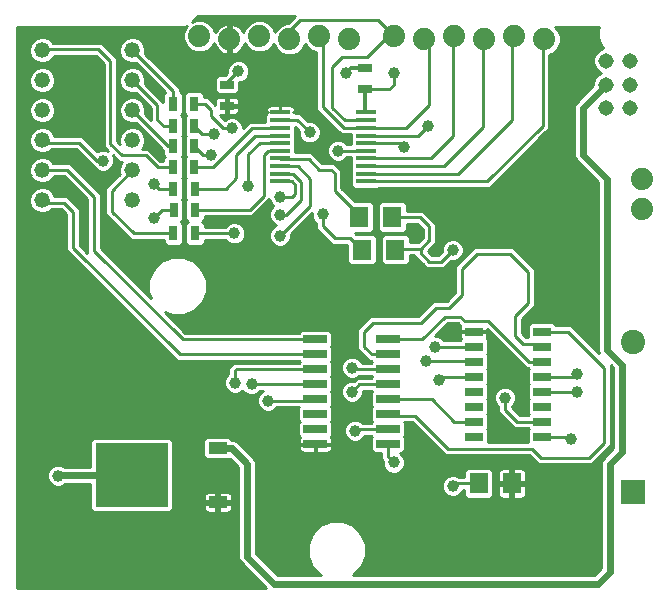
<source format=gbl>
G75*
G70*
%OFA0B0*%
%FSLAX24Y24*%
%IPPOS*%
%LPD*%
%AMOC8*
5,1,8,0,0,1.08239X$1,22.5*
%
%ADD10R,0.0660X0.0170*%
%ADD11C,0.0520*%
%ADD12R,0.0800X0.0260*%
%ADD13R,0.0810X0.0810*%
%ADD14C,0.0810*%
%ADD15R,0.0600X0.0300*%
%ADD16R,0.0315X0.0472*%
%ADD17C,0.0740*%
%ADD18R,0.0630X0.0709*%
%ADD19R,0.0472X0.0315*%
%ADD20R,0.2441X0.2126*%
%ADD21R,0.0630X0.0394*%
%ADD22C,0.0515*%
%ADD23C,0.0396*%
%ADD24C,0.0100*%
%ADD25C,0.0240*%
%ADD26C,0.0120*%
D10*
X009314Y014104D03*
X009314Y014354D03*
X009314Y014614D03*
X009314Y014874D03*
X009314Y015124D03*
X009314Y015384D03*
X009314Y015634D03*
X009314Y015894D03*
X009314Y016154D03*
X009314Y016404D03*
X012154Y016404D03*
X012154Y016154D03*
X012154Y015894D03*
X012154Y015634D03*
X012154Y015384D03*
X012154Y015124D03*
X012154Y014874D03*
X012154Y014614D03*
X012154Y014354D03*
X012154Y014104D03*
D11*
X004380Y014478D03*
X004380Y015478D03*
X004380Y016478D03*
X004380Y017478D03*
X004380Y018478D03*
X001380Y018478D03*
X001380Y017478D03*
X001380Y016478D03*
X001380Y015478D03*
X001380Y014478D03*
X001380Y013478D03*
X004380Y013478D03*
D12*
X010481Y008846D03*
X010481Y008346D03*
X010481Y007846D03*
X010481Y007346D03*
X010481Y006846D03*
X010481Y006346D03*
X010481Y005846D03*
X010481Y005346D03*
X012901Y005346D03*
X012901Y005846D03*
X012901Y006346D03*
X012901Y006846D03*
X012901Y007346D03*
X012901Y007846D03*
X012901Y008346D03*
X012901Y008846D03*
D13*
X021071Y003754D03*
D14*
X021071Y008754D03*
D15*
X018027Y008602D03*
X018027Y009102D03*
X018027Y008102D03*
X018027Y007602D03*
X018027Y007102D03*
X018027Y006602D03*
X018027Y006102D03*
X018027Y005602D03*
X015763Y005602D03*
X015763Y006102D03*
X015763Y006602D03*
X015763Y007102D03*
X015763Y007602D03*
X015763Y008102D03*
X015763Y008602D03*
X015763Y009102D03*
D16*
X006458Y012372D03*
X005750Y012372D03*
X005754Y013159D03*
X006462Y013159D03*
X006454Y013868D03*
X005746Y013868D03*
X005742Y014576D03*
X006450Y014576D03*
X006450Y015277D03*
X006446Y015954D03*
X005738Y015954D03*
X005742Y015277D03*
X005734Y016702D03*
X006443Y016702D03*
D17*
X007616Y018845D03*
X008616Y018945D03*
X009616Y018845D03*
X010616Y018945D03*
X011616Y018845D03*
X013116Y018945D03*
X014116Y018845D03*
X015116Y018945D03*
X016116Y018845D03*
X017116Y018945D03*
X018116Y018845D03*
X021360Y014187D03*
X021360Y013187D03*
X006616Y018945D03*
D18*
X011939Y012915D03*
X012037Y011828D03*
X013139Y011828D03*
X013041Y012915D03*
X015931Y004041D03*
X017033Y004041D03*
D19*
X007537Y016628D03*
X007537Y017336D03*
X012143Y017183D03*
X012143Y017891D03*
D20*
X004358Y004313D03*
D21*
X007232Y005210D03*
X007232Y003415D03*
D22*
X020179Y016549D03*
X020966Y016549D03*
X020966Y017336D03*
X020179Y017336D03*
X020179Y018124D03*
X020966Y018124D03*
D23*
X015061Y011824D03*
X015000Y009102D03*
X014470Y008596D03*
X014155Y008124D03*
X014600Y007502D03*
X016800Y006902D03*
X018998Y005525D03*
X019200Y007102D03*
X019200Y007702D03*
X019000Y010202D03*
X013446Y015250D03*
X014234Y015958D03*
X013092Y017730D03*
X011517Y017730D03*
X010294Y015744D03*
X011242Y015131D03*
X009300Y013602D03*
X009300Y013002D03*
X009300Y012302D03*
X010730Y013006D03*
X008250Y013950D03*
X007000Y015002D03*
X007100Y015702D03*
X007700Y015886D03*
X007913Y017782D03*
X005100Y014029D03*
X005100Y012902D03*
X003400Y014802D03*
X007777Y012376D03*
X011700Y007902D03*
X011700Y007102D03*
X011800Y005802D03*
X013092Y004738D03*
X015061Y003950D03*
X008900Y006802D03*
X008353Y007354D03*
X007800Y007402D03*
X001900Y004302D03*
D24*
X000550Y000550D02*
X000550Y019248D01*
X006095Y019248D01*
X006198Y019291D01*
X006158Y019251D01*
X006076Y019053D01*
X006076Y018838D01*
X006158Y018639D01*
X006310Y018487D01*
X006508Y018405D01*
X006723Y018405D01*
X006922Y018487D01*
X007074Y018639D01*
X007109Y018724D01*
X007109Y018724D01*
X007134Y018646D01*
X007171Y018573D01*
X007219Y018507D01*
X007277Y018449D01*
X007343Y018401D01*
X007416Y018363D01*
X007494Y018338D01*
X007566Y018327D01*
X007566Y018795D01*
X007666Y018795D01*
X007666Y018327D01*
X007738Y018338D01*
X007815Y018363D01*
X007888Y018401D01*
X007955Y018449D01*
X008012Y018507D01*
X008060Y018573D01*
X008098Y018646D01*
X008123Y018724D01*
X008158Y018639D01*
X008310Y018487D01*
X008508Y018405D01*
X008723Y018405D01*
X008922Y018487D01*
X009074Y018639D01*
X009095Y018691D01*
X009158Y018539D01*
X009310Y018387D01*
X009508Y018305D01*
X009723Y018305D01*
X009922Y018387D01*
X010074Y018539D01*
X010136Y018691D01*
X010158Y018639D01*
X010310Y018487D01*
X010508Y018405D01*
X010510Y018405D01*
X010510Y016497D01*
X011333Y015674D01*
X011654Y015674D01*
X011654Y015344D01*
X011550Y015344D01*
X011450Y015444D01*
X011315Y015500D01*
X011169Y015500D01*
X011033Y015444D01*
X010930Y015340D01*
X010874Y015205D01*
X010874Y015058D01*
X010930Y014923D01*
X011033Y014819D01*
X011169Y014763D01*
X011315Y014763D01*
X011450Y014819D01*
X011534Y014904D01*
X011654Y014904D01*
X011654Y013948D01*
X011753Y013849D01*
X012554Y013849D01*
X012589Y013884D01*
X016289Y013884D01*
X018144Y015738D01*
X018273Y015867D01*
X018273Y018326D01*
X018422Y018387D01*
X018574Y018539D01*
X018656Y018738D01*
X018656Y018953D01*
X018574Y019151D01*
X018476Y019248D01*
X019921Y019248D01*
X019886Y019166D01*
X019886Y018893D01*
X019991Y018640D01*
X020084Y018547D01*
X019937Y018486D01*
X019816Y018366D01*
X019751Y018209D01*
X019751Y018039D01*
X019816Y017881D01*
X019937Y017761D01*
X020012Y017730D01*
X019937Y017699D01*
X019816Y017578D01*
X019751Y017421D01*
X019751Y017319D01*
X019154Y016722D01*
X019110Y016615D01*
X019110Y014945D01*
X019154Y014838D01*
X019236Y014757D01*
X019910Y014082D01*
X019910Y008445D01*
X019939Y008374D01*
X018992Y009322D01*
X018497Y009322D01*
X018497Y009322D01*
X018398Y009422D01*
X017657Y009422D01*
X017557Y009322D01*
X017557Y008922D01*
X017491Y008922D01*
X017367Y009046D01*
X017367Y009532D01*
X017792Y009958D01*
X017792Y011175D01*
X017664Y011304D01*
X017053Y011914D01*
X015777Y011914D01*
X015648Y011786D01*
X015152Y011290D01*
X015152Y010416D01*
X014858Y010122D01*
X014409Y010122D01*
X014280Y009993D01*
X013909Y009622D01*
X012309Y009622D01*
X012180Y009493D01*
X011880Y009193D01*
X011880Y008511D01*
X012009Y008382D01*
X012265Y008126D01*
X012350Y008126D01*
X012380Y008096D01*
X012350Y008066D01*
X012031Y008066D01*
X012012Y008111D01*
X011909Y008214D01*
X011773Y008270D01*
X011627Y008270D01*
X011491Y008214D01*
X011388Y008111D01*
X011332Y007976D01*
X011332Y007829D01*
X011388Y007694D01*
X011491Y007590D01*
X011627Y007534D01*
X011773Y007534D01*
X011909Y007590D01*
X011944Y007626D01*
X012350Y007626D01*
X012380Y007596D01*
X012350Y007566D01*
X011853Y007566D01*
X011757Y007470D01*
X011627Y007470D01*
X011491Y007414D01*
X011388Y007311D01*
X011332Y007176D01*
X011332Y007029D01*
X011388Y006894D01*
X011491Y006790D01*
X011627Y006734D01*
X011773Y006734D01*
X011909Y006790D01*
X012012Y006894D01*
X012068Y007029D01*
X012068Y007126D01*
X012350Y007126D01*
X012380Y007096D01*
X012331Y007046D01*
X012331Y006646D01*
X012380Y006596D01*
X012331Y006546D01*
X012331Y006146D01*
X012380Y006096D01*
X012350Y006066D01*
X012057Y006066D01*
X012009Y006114D01*
X011873Y006170D01*
X011727Y006170D01*
X011591Y006114D01*
X011488Y006011D01*
X011432Y005876D01*
X011432Y005729D01*
X011488Y005594D01*
X011591Y005490D01*
X011727Y005434D01*
X011873Y005434D01*
X012009Y005490D01*
X012112Y005594D01*
X012125Y005626D01*
X012350Y005626D01*
X012380Y005596D01*
X012331Y005546D01*
X012331Y005146D01*
X012430Y005046D01*
X012681Y005046D01*
X012681Y004838D01*
X012724Y004795D01*
X012724Y004665D01*
X012780Y004529D01*
X012884Y004426D01*
X013019Y004370D01*
X013165Y004370D01*
X013301Y004426D01*
X013404Y004529D01*
X013460Y004665D01*
X013460Y004811D01*
X013404Y004946D01*
X013304Y005046D01*
X013371Y005046D01*
X013471Y005146D01*
X013471Y005546D01*
X013421Y005596D01*
X013471Y005646D01*
X013471Y006046D01*
X013435Y006082D01*
X013709Y006082D01*
X014809Y004982D01*
X017609Y004982D01*
X017909Y004682D01*
X019691Y004682D01*
X019820Y004811D01*
X020320Y005311D01*
X020320Y007972D01*
X020410Y007882D01*
X020410Y005222D01*
X020054Y004867D01*
X020010Y004760D01*
X020010Y001222D01*
X019780Y000992D01*
X011731Y000992D01*
X011743Y000997D01*
X012016Y001270D01*
X012164Y001627D01*
X012164Y002013D01*
X012016Y002369D01*
X011743Y002642D01*
X011387Y002790D01*
X011001Y002790D01*
X010644Y002642D01*
X010372Y002369D01*
X010224Y002013D01*
X010224Y001627D01*
X010372Y001270D01*
X010644Y000997D01*
X010657Y000992D01*
X009220Y000992D01*
X008490Y001722D01*
X008490Y004760D01*
X008446Y004867D01*
X008364Y004948D01*
X007856Y005456D01*
X007750Y005500D01*
X007695Y005500D01*
X007618Y005577D01*
X006847Y005577D01*
X006747Y005478D01*
X006747Y004943D01*
X006847Y004843D01*
X007618Y004843D01*
X007633Y004859D01*
X007910Y004582D01*
X007910Y001545D01*
X007954Y001438D01*
X008842Y000550D01*
X000550Y000550D01*
X000550Y000613D02*
X008779Y000613D01*
X008680Y000712D02*
X000550Y000712D01*
X000550Y000810D02*
X008582Y000810D01*
X008483Y000909D02*
X000550Y000909D01*
X000550Y001007D02*
X008385Y001007D01*
X008286Y001106D02*
X000550Y001106D01*
X000550Y001204D02*
X008188Y001204D01*
X008089Y001303D02*
X000550Y001303D01*
X000550Y001401D02*
X007991Y001401D01*
X007929Y001500D02*
X000550Y001500D01*
X000550Y001598D02*
X007910Y001598D01*
X007910Y001697D02*
X000550Y001697D01*
X000550Y001795D02*
X007910Y001795D01*
X007910Y001894D02*
X000550Y001894D01*
X000550Y001992D02*
X007910Y001992D01*
X007910Y002091D02*
X000550Y002091D01*
X000550Y002189D02*
X007910Y002189D01*
X007910Y002288D02*
X000550Y002288D01*
X000550Y002386D02*
X007910Y002386D01*
X007910Y002485D02*
X000550Y002485D01*
X000550Y002583D02*
X007910Y002583D01*
X007910Y002682D02*
X000550Y002682D01*
X000550Y002780D02*
X007910Y002780D01*
X007910Y002879D02*
X000550Y002879D01*
X000550Y002977D02*
X007910Y002977D01*
X007910Y003076D02*
X007596Y003076D01*
X007605Y003078D02*
X007639Y003098D01*
X007667Y003126D01*
X007687Y003160D01*
X007697Y003198D01*
X007697Y003367D01*
X007281Y003367D01*
X007281Y003463D01*
X007697Y003463D01*
X007697Y003632D01*
X007687Y003670D01*
X007667Y003704D01*
X007639Y003732D01*
X007605Y003752D01*
X007567Y003762D01*
X007281Y003762D01*
X007281Y003463D01*
X007184Y003463D01*
X007184Y003367D01*
X006767Y003367D01*
X006767Y003198D01*
X006778Y003160D01*
X006797Y003126D01*
X006825Y003098D01*
X006859Y003078D01*
X006898Y003068D01*
X007184Y003068D01*
X007184Y003367D01*
X007281Y003367D01*
X007281Y003068D01*
X007567Y003068D01*
X007605Y003078D01*
X007691Y003174D02*
X007910Y003174D01*
X007910Y003273D02*
X007697Y003273D01*
X007697Y003470D02*
X007910Y003470D01*
X007910Y003568D02*
X007697Y003568D01*
X007688Y003667D02*
X007910Y003667D01*
X007910Y003765D02*
X005749Y003765D01*
X005749Y003667D02*
X006777Y003667D01*
X006778Y003670D02*
X006767Y003632D01*
X006767Y003463D01*
X007184Y003463D01*
X007184Y003762D01*
X006898Y003762D01*
X006859Y003752D01*
X006825Y003732D01*
X006797Y003704D01*
X006778Y003670D01*
X006767Y003568D02*
X005749Y003568D01*
X005749Y003470D02*
X006767Y003470D01*
X006767Y003273D02*
X005749Y003273D01*
X005749Y003179D02*
X005749Y005446D01*
X005649Y005546D01*
X003067Y005546D01*
X002968Y005446D01*
X002968Y004603D01*
X002120Y004603D01*
X002109Y004614D01*
X001973Y004670D01*
X001827Y004670D01*
X001691Y004614D01*
X001588Y004511D01*
X001532Y004376D01*
X001532Y004229D01*
X001588Y004094D01*
X001691Y003990D01*
X001827Y003934D01*
X001973Y003934D01*
X002109Y003990D01*
X002141Y004023D01*
X002968Y004023D01*
X002968Y003179D01*
X003067Y003080D01*
X005649Y003080D01*
X005749Y003179D01*
X005744Y003174D02*
X006774Y003174D01*
X006869Y003076D02*
X000550Y003076D01*
X000550Y003174D02*
X002973Y003174D01*
X002968Y003273D02*
X000550Y003273D01*
X000550Y003371D02*
X002968Y003371D01*
X002968Y003470D02*
X000550Y003470D01*
X000550Y003568D02*
X002968Y003568D01*
X002968Y003667D02*
X000550Y003667D01*
X000550Y003765D02*
X002968Y003765D01*
X002968Y003864D02*
X000550Y003864D01*
X000550Y003962D02*
X001759Y003962D01*
X001621Y004061D02*
X000550Y004061D01*
X000550Y004159D02*
X001561Y004159D01*
X001532Y004258D02*
X000550Y004258D01*
X000550Y004356D02*
X001532Y004356D01*
X001565Y004455D02*
X000550Y004455D01*
X000550Y004553D02*
X001630Y004553D01*
X001782Y004652D02*
X000550Y004652D01*
X000550Y004750D02*
X002968Y004750D01*
X002968Y004652D02*
X002018Y004652D01*
X002041Y003962D02*
X002968Y003962D01*
X002968Y004849D02*
X000550Y004849D01*
X000550Y004947D02*
X002968Y004947D01*
X002968Y005046D02*
X000550Y005046D01*
X000550Y005144D02*
X002968Y005144D01*
X002968Y005243D02*
X000550Y005243D01*
X000550Y005341D02*
X002968Y005341D01*
X002968Y005440D02*
X000550Y005440D01*
X000550Y005538D02*
X003060Y005538D01*
X000550Y005637D02*
X009919Y005637D01*
X009911Y005646D02*
X009974Y005582D01*
X009961Y005568D01*
X009941Y005534D01*
X009931Y005496D01*
X009931Y005361D01*
X010466Y005361D01*
X010466Y005331D01*
X010496Y005331D01*
X010496Y005361D01*
X011031Y005361D01*
X011031Y005496D01*
X011020Y005534D01*
X011001Y005568D01*
X010987Y005582D01*
X011051Y005646D01*
X011051Y006046D01*
X011001Y006096D01*
X011051Y006146D01*
X011051Y006546D01*
X011001Y006596D01*
X011051Y006646D01*
X011051Y007046D01*
X011001Y007096D01*
X011051Y007146D01*
X011051Y007546D01*
X011001Y007596D01*
X011051Y007646D01*
X011051Y008046D01*
X011001Y008096D01*
X011051Y008146D01*
X011051Y008546D01*
X011001Y008596D01*
X011051Y008646D01*
X011051Y009046D01*
X010951Y009146D01*
X010010Y009146D01*
X009930Y009066D01*
X006147Y009066D01*
X005474Y009740D01*
X005691Y009650D01*
X006077Y009650D01*
X006433Y009797D01*
X006706Y010070D01*
X006854Y010427D01*
X006854Y010813D01*
X006706Y011169D01*
X006433Y011442D01*
X006077Y011590D01*
X005691Y011590D01*
X005334Y011442D01*
X005062Y011169D01*
X004914Y010813D01*
X004914Y010427D01*
X005004Y010210D01*
X003320Y011893D01*
X003320Y013693D01*
X002420Y014593D01*
X002291Y014722D01*
X001743Y014722D01*
X001623Y014842D01*
X001465Y014908D01*
X001294Y014908D01*
X001136Y014842D01*
X001015Y014722D01*
X000950Y014563D01*
X000950Y014392D01*
X001015Y014234D01*
X001136Y014113D01*
X001294Y014048D01*
X001465Y014048D01*
X001623Y014113D01*
X001744Y014234D01*
X001764Y014282D01*
X002109Y014282D01*
X002880Y013511D01*
X002880Y011733D01*
X002620Y011993D01*
X002620Y013193D01*
X002320Y013493D01*
X002191Y013622D01*
X001785Y013622D01*
X001744Y013722D01*
X001623Y013842D01*
X001465Y013908D01*
X001294Y013908D01*
X001136Y013842D01*
X001015Y013722D01*
X000950Y013563D01*
X000950Y013392D01*
X001015Y013234D01*
X001136Y013113D01*
X001294Y013048D01*
X001465Y013048D01*
X001623Y013113D01*
X001692Y013182D01*
X002009Y013182D01*
X002180Y013011D01*
X002180Y011811D01*
X002309Y011682D01*
X005865Y008126D01*
X009930Y008126D01*
X009960Y008096D01*
X009930Y008066D01*
X007753Y008066D01*
X007709Y008022D01*
X007580Y007893D01*
X007580Y007703D01*
X007488Y007611D01*
X007432Y007476D01*
X007432Y007329D01*
X007488Y007194D01*
X007591Y007090D01*
X007727Y007034D01*
X007873Y007034D01*
X008009Y007090D01*
X008052Y007134D01*
X008144Y007042D01*
X008280Y006986D01*
X008426Y006986D01*
X008562Y007042D01*
X008645Y007126D01*
X008720Y007126D01*
X008691Y007114D01*
X008634Y007114D01*
X008691Y007114D02*
X008588Y007011D01*
X008532Y006876D01*
X008532Y006729D01*
X008588Y006594D01*
X008691Y006490D01*
X008827Y006434D01*
X008973Y006434D01*
X009109Y006490D01*
X009201Y006582D01*
X009946Y006582D01*
X009911Y006546D01*
X009911Y006146D01*
X009960Y006096D01*
X009911Y006046D01*
X009911Y005646D01*
X009911Y005735D02*
X000550Y005735D01*
X000550Y005834D02*
X009911Y005834D01*
X009911Y005932D02*
X000550Y005932D01*
X000550Y006031D02*
X009911Y006031D01*
X009927Y006129D02*
X000550Y006129D01*
X000550Y006228D02*
X009911Y006228D01*
X009911Y006326D02*
X000550Y006326D01*
X000550Y006425D02*
X009911Y006425D01*
X009911Y006523D02*
X009142Y006523D01*
X008900Y006802D02*
X010437Y006802D01*
X010481Y006846D01*
X010481Y007346D02*
X008353Y007346D01*
X008353Y007354D01*
X008498Y007016D02*
X008593Y007016D01*
X008549Y006917D02*
X000550Y006917D01*
X000550Y006819D02*
X008532Y006819D01*
X008536Y006720D02*
X000550Y006720D01*
X000550Y006622D02*
X008576Y006622D01*
X008658Y006523D02*
X000550Y006523D01*
X000550Y007016D02*
X008208Y007016D01*
X008072Y007114D02*
X008033Y007114D01*
X007800Y007402D02*
X007800Y007802D01*
X007844Y007846D01*
X010481Y007846D01*
X010481Y008346D02*
X005956Y008346D01*
X002400Y011902D01*
X002400Y013102D01*
X002100Y013402D01*
X001455Y013402D01*
X001380Y013478D01*
X001633Y013123D02*
X002068Y013123D01*
X002167Y013024D02*
X000550Y013024D01*
X000550Y012926D02*
X002180Y012926D01*
X002180Y012827D02*
X000550Y012827D01*
X000550Y012729D02*
X002180Y012729D01*
X002180Y012630D02*
X000550Y012630D01*
X000550Y012532D02*
X002180Y012532D01*
X002180Y012433D02*
X000550Y012433D01*
X000550Y012335D02*
X002180Y012335D01*
X002180Y012236D02*
X000550Y012236D01*
X000550Y012138D02*
X002180Y012138D01*
X002180Y012039D02*
X000550Y012039D01*
X000550Y011941D02*
X002180Y011941D01*
X002180Y011842D02*
X000550Y011842D01*
X000550Y011744D02*
X002247Y011744D01*
X002346Y011645D02*
X000550Y011645D01*
X000550Y011547D02*
X002444Y011547D01*
X002543Y011448D02*
X000550Y011448D01*
X000550Y011350D02*
X002641Y011350D01*
X002740Y011251D02*
X000550Y011251D01*
X000550Y011153D02*
X002838Y011153D01*
X002937Y011054D02*
X000550Y011054D01*
X000550Y010956D02*
X003035Y010956D01*
X003134Y010857D02*
X000550Y010857D01*
X000550Y010759D02*
X003232Y010759D01*
X003331Y010660D02*
X000550Y010660D01*
X000550Y010562D02*
X003429Y010562D01*
X003528Y010463D02*
X000550Y010463D01*
X000550Y010365D02*
X003626Y010365D01*
X003725Y010266D02*
X000550Y010266D01*
X000550Y010168D02*
X003823Y010168D01*
X003922Y010069D02*
X000550Y010069D01*
X000550Y009971D02*
X004020Y009971D01*
X004119Y009872D02*
X000550Y009872D01*
X000550Y009774D02*
X004217Y009774D01*
X004316Y009675D02*
X000550Y009675D01*
X000550Y009577D02*
X004414Y009577D01*
X004513Y009478D02*
X000550Y009478D01*
X000550Y009380D02*
X004611Y009380D01*
X004710Y009281D02*
X000550Y009281D01*
X000550Y009183D02*
X004808Y009183D01*
X004907Y009084D02*
X000550Y009084D01*
X000550Y008986D02*
X005005Y008986D01*
X005104Y008887D02*
X000550Y008887D01*
X000550Y008789D02*
X005202Y008789D01*
X005301Y008690D02*
X000550Y008690D01*
X000550Y008592D02*
X005399Y008592D01*
X005498Y008493D02*
X000550Y008493D01*
X000550Y008395D02*
X005596Y008395D01*
X005695Y008296D02*
X000550Y008296D01*
X000550Y008198D02*
X005793Y008198D01*
X006056Y008846D02*
X003100Y011802D01*
X003100Y013602D01*
X002200Y014502D01*
X001404Y014502D01*
X001380Y014478D01*
X001668Y014797D02*
X002894Y014797D01*
X002992Y014699D02*
X002315Y014699D01*
X002413Y014600D02*
X003085Y014600D01*
X003088Y014594D02*
X003191Y014490D01*
X003327Y014434D01*
X003473Y014434D01*
X003609Y014490D01*
X003712Y014594D01*
X003768Y014729D01*
X003768Y014876D01*
X003728Y014972D01*
X003946Y014754D01*
X004047Y014754D01*
X004015Y014722D01*
X003950Y014563D01*
X003950Y014392D01*
X003959Y014369D01*
X003480Y013890D01*
X003480Y013011D01*
X003609Y012882D01*
X004340Y012152D01*
X005422Y012152D01*
X005422Y012065D01*
X005522Y011965D01*
X005978Y011965D01*
X006077Y012065D01*
X006077Y012678D01*
X005992Y012763D01*
X006081Y012852D01*
X006081Y013466D01*
X006029Y013517D01*
X006073Y013561D01*
X006073Y014174D01*
X006023Y014224D01*
X006069Y014270D01*
X006069Y014883D01*
X006025Y014927D01*
X006069Y014971D01*
X006069Y015584D01*
X006035Y015618D01*
X006065Y015648D01*
X006065Y016261D01*
X005996Y016330D01*
X006061Y016396D01*
X006061Y017009D01*
X005962Y017109D01*
X005954Y017109D01*
X005954Y017215D01*
X004800Y018369D01*
X004810Y018392D01*
X004810Y018563D01*
X004744Y018722D01*
X004623Y018842D01*
X004465Y018908D01*
X004294Y018908D01*
X004136Y018842D01*
X004015Y018722D01*
X003950Y018563D01*
X003950Y018392D01*
X004015Y018234D01*
X004136Y018113D01*
X004294Y018048D01*
X004465Y018048D01*
X004489Y018058D01*
X005472Y017074D01*
X005406Y017009D01*
X005406Y016762D01*
X004800Y017369D01*
X004810Y017392D01*
X004810Y017563D01*
X004744Y017722D01*
X004623Y017842D01*
X004465Y017908D01*
X004294Y017908D01*
X004136Y017842D01*
X004015Y017722D01*
X003950Y017563D01*
X003950Y017392D01*
X004015Y017234D01*
X004136Y017113D01*
X004294Y017048D01*
X004465Y017048D01*
X004489Y017058D01*
X004998Y016548D01*
X004998Y016170D01*
X004800Y016369D01*
X004810Y016392D01*
X004810Y016563D01*
X004744Y016722D01*
X004623Y016842D01*
X004465Y016908D01*
X004294Y016908D01*
X004136Y016842D01*
X004015Y016722D01*
X003950Y016563D01*
X003950Y016392D01*
X004015Y016234D01*
X004136Y016113D01*
X004294Y016048D01*
X004465Y016048D01*
X004489Y016058D01*
X005360Y015186D01*
X005414Y015132D01*
X005414Y014971D01*
X005458Y014927D01*
X005414Y014883D01*
X005414Y014796D01*
X005313Y014796D01*
X005044Y015065D01*
X004916Y015194D01*
X004704Y015194D01*
X004744Y015234D01*
X004810Y015392D01*
X004810Y015563D01*
X004744Y015722D01*
X004623Y015842D01*
X004465Y015908D01*
X004294Y015908D01*
X004136Y015842D01*
X004015Y015722D01*
X003950Y015563D01*
X003950Y015392D01*
X003964Y015359D01*
X003863Y015459D01*
X003863Y018215D01*
X003470Y018608D01*
X003341Y018737D01*
X001728Y018737D01*
X001623Y018842D01*
X001465Y018908D01*
X001294Y018908D01*
X001136Y018842D01*
X001015Y018722D01*
X000950Y018563D01*
X000950Y018392D01*
X001015Y018234D01*
X001136Y018113D01*
X001294Y018048D01*
X001465Y018048D01*
X001623Y018113D01*
X001744Y018234D01*
X001770Y018297D01*
X003158Y018297D01*
X003423Y018032D01*
X003423Y015277D01*
X003552Y015148D01*
X003569Y015131D01*
X003473Y015170D01*
X003327Y015170D01*
X003197Y015117D01*
X002820Y015493D01*
X002691Y015622D01*
X001785Y015622D01*
X001744Y015722D01*
X001623Y015842D01*
X001465Y015908D01*
X001294Y015908D01*
X001136Y015842D01*
X001015Y015722D01*
X000950Y015563D01*
X000950Y015392D01*
X001015Y015234D01*
X001136Y015113D01*
X001294Y015048D01*
X001465Y015048D01*
X001623Y015113D01*
X001692Y015182D01*
X002509Y015182D01*
X003081Y014610D01*
X003088Y014594D01*
X003180Y014502D02*
X002512Y014502D01*
X002610Y014403D02*
X003950Y014403D01*
X003950Y014502D02*
X003620Y014502D01*
X003715Y014600D02*
X003965Y014600D01*
X004006Y014699D02*
X003756Y014699D01*
X003768Y014797D02*
X003902Y014797D01*
X003804Y014896D02*
X003760Y014896D01*
X003400Y014802D02*
X003200Y014802D01*
X002600Y015402D01*
X001455Y015402D01*
X001380Y015478D01*
X001683Y015782D02*
X003423Y015782D01*
X003423Y015684D02*
X001760Y015684D01*
X001530Y015881D02*
X003423Y015881D01*
X003423Y015979D02*
X000550Y015979D01*
X000550Y015881D02*
X001229Y015881D01*
X001294Y016048D02*
X001465Y016048D01*
X001623Y016113D01*
X001744Y016234D01*
X001810Y016392D01*
X001810Y016563D01*
X001744Y016722D01*
X001623Y016842D01*
X001465Y016908D01*
X001294Y016908D01*
X001136Y016842D01*
X001015Y016722D01*
X000950Y016563D01*
X000950Y016392D01*
X001015Y016234D01*
X001136Y016113D01*
X001294Y016048D01*
X001222Y016078D02*
X000550Y016078D01*
X000550Y016176D02*
X001073Y016176D01*
X000998Y016275D02*
X000550Y016275D01*
X000550Y016373D02*
X000957Y016373D01*
X000950Y016472D02*
X000550Y016472D01*
X000550Y016570D02*
X000952Y016570D01*
X000993Y016669D02*
X000550Y016669D01*
X000550Y016767D02*
X001061Y016767D01*
X001193Y016866D02*
X000550Y016866D01*
X000550Y016964D02*
X003423Y016964D01*
X003423Y016866D02*
X001566Y016866D01*
X001698Y016767D02*
X003423Y016767D01*
X003423Y016669D02*
X001766Y016669D01*
X001807Y016570D02*
X003423Y016570D01*
X003423Y016472D02*
X001810Y016472D01*
X001802Y016373D02*
X003423Y016373D01*
X003423Y016275D02*
X001761Y016275D01*
X001686Y016176D02*
X003423Y016176D01*
X003423Y016078D02*
X001537Y016078D01*
X001076Y015782D02*
X000550Y015782D01*
X000550Y015684D02*
X000999Y015684D01*
X000959Y015585D02*
X000550Y015585D01*
X000550Y015487D02*
X000950Y015487D01*
X000951Y015388D02*
X000550Y015388D01*
X000550Y015290D02*
X000992Y015290D01*
X001058Y015191D02*
X000550Y015191D01*
X000550Y015093D02*
X001185Y015093D01*
X001265Y014896D02*
X000550Y014896D01*
X000550Y014994D02*
X002697Y014994D01*
X002795Y014896D02*
X001494Y014896D01*
X001574Y015093D02*
X002598Y015093D01*
X002925Y015388D02*
X003423Y015388D01*
X003423Y015290D02*
X003024Y015290D01*
X003122Y015191D02*
X003508Y015191D01*
X003643Y015368D02*
X003643Y018124D01*
X003250Y018517D01*
X001419Y018517D01*
X001380Y018478D01*
X001656Y018146D02*
X003309Y018146D01*
X003408Y018048D02*
X000550Y018048D01*
X000550Y018146D02*
X001103Y018146D01*
X001011Y018245D02*
X000550Y018245D01*
X000550Y018343D02*
X000970Y018343D01*
X000950Y018442D02*
X000550Y018442D01*
X000550Y018540D02*
X000950Y018540D01*
X000981Y018639D02*
X000550Y018639D01*
X000550Y018737D02*
X001031Y018737D01*
X001129Y018836D02*
X000550Y018836D01*
X000550Y018934D02*
X006076Y018934D01*
X006077Y018836D02*
X004630Y018836D01*
X004728Y018737D02*
X006117Y018737D01*
X006158Y018639D02*
X004778Y018639D01*
X004810Y018540D02*
X006257Y018540D01*
X006420Y018442D02*
X004810Y018442D01*
X004825Y018343D02*
X007477Y018343D01*
X007566Y018343D02*
X007666Y018343D01*
X007754Y018343D02*
X009416Y018343D01*
X009255Y018442D02*
X008812Y018442D01*
X008975Y018540D02*
X009158Y018540D01*
X009117Y018639D02*
X009073Y018639D01*
X009136Y019099D02*
X009074Y019251D01*
X008922Y019403D01*
X008723Y019485D01*
X008508Y019485D01*
X008310Y019403D01*
X008158Y019251D01*
X008084Y019072D01*
X008060Y019118D01*
X008012Y019184D01*
X007955Y019242D01*
X007888Y019290D01*
X007815Y019327D01*
X007738Y019352D01*
X007666Y019364D01*
X007666Y018895D01*
X007566Y018895D01*
X007566Y019364D01*
X007494Y019352D01*
X007416Y019327D01*
X007343Y019290D01*
X007277Y019242D01*
X007219Y019184D01*
X007171Y019118D01*
X007148Y019072D01*
X007074Y019251D01*
X006922Y019403D01*
X006723Y019485D01*
X006508Y019485D01*
X006372Y019429D01*
X006387Y019444D01*
X006563Y019620D01*
X009789Y019620D01*
X009762Y019593D01*
X009554Y019385D01*
X009508Y019385D01*
X009310Y019303D01*
X009158Y019151D01*
X009136Y019099D01*
X009123Y019131D02*
X009150Y019131D01*
X009082Y019230D02*
X009237Y019230D01*
X009371Y019328D02*
X008996Y019328D01*
X008864Y019427D02*
X009596Y019427D01*
X009695Y019525D02*
X006469Y019525D01*
X006387Y019444D02*
X006387Y019444D01*
X006149Y019230D02*
X000550Y019230D01*
X000550Y019131D02*
X006108Y019131D01*
X006076Y019033D02*
X000550Y019033D01*
X000550Y017949D02*
X003423Y017949D01*
X003423Y017851D02*
X001603Y017851D01*
X001623Y017842D02*
X001465Y017908D01*
X001294Y017908D01*
X001136Y017842D01*
X001015Y017722D01*
X000950Y017563D01*
X000950Y017392D01*
X001015Y017234D01*
X001136Y017113D01*
X001294Y017048D01*
X001465Y017048D01*
X001623Y017113D01*
X001744Y017234D01*
X001810Y017392D01*
X001810Y017563D01*
X001744Y017722D01*
X001623Y017842D01*
X001713Y017752D02*
X003423Y017752D01*
X003423Y017654D02*
X001772Y017654D01*
X001810Y017555D02*
X003423Y017555D01*
X003423Y017457D02*
X001810Y017457D01*
X001795Y017358D02*
X003423Y017358D01*
X003423Y017260D02*
X001755Y017260D01*
X001671Y017161D02*
X003423Y017161D01*
X003423Y017063D02*
X001501Y017063D01*
X001258Y017063D02*
X000550Y017063D01*
X000550Y017161D02*
X001088Y017161D01*
X001004Y017260D02*
X000550Y017260D01*
X000550Y017358D02*
X000964Y017358D01*
X000950Y017457D02*
X000550Y017457D01*
X000550Y017555D02*
X000950Y017555D01*
X000987Y017654D02*
X000550Y017654D01*
X000550Y017752D02*
X001046Y017752D01*
X001156Y017851D02*
X000550Y017851D01*
X001748Y018245D02*
X003211Y018245D01*
X003538Y018540D02*
X003950Y018540D01*
X003950Y018442D02*
X003636Y018442D01*
X003735Y018343D02*
X003970Y018343D01*
X004011Y018245D02*
X003833Y018245D01*
X003863Y018146D02*
X004103Y018146D01*
X003863Y018048D02*
X004498Y018048D01*
X004597Y017949D02*
X003863Y017949D01*
X003863Y017851D02*
X004156Y017851D01*
X004046Y017752D02*
X003863Y017752D01*
X003863Y017654D02*
X003987Y017654D01*
X003950Y017555D02*
X003863Y017555D01*
X003863Y017457D02*
X003950Y017457D01*
X003964Y017358D02*
X003863Y017358D01*
X003863Y017260D02*
X004004Y017260D01*
X004088Y017161D02*
X003863Y017161D01*
X003863Y017063D02*
X004258Y017063D01*
X004193Y016866D02*
X003863Y016866D01*
X003863Y016964D02*
X004582Y016964D01*
X004566Y016866D02*
X004680Y016866D01*
X004698Y016767D02*
X004779Y016767D01*
X004766Y016669D02*
X004877Y016669D01*
X004807Y016570D02*
X004976Y016570D01*
X004998Y016472D02*
X004810Y016472D01*
X004802Y016373D02*
X004998Y016373D01*
X004998Y016275D02*
X004894Y016275D01*
X004992Y016176D02*
X004998Y016176D01*
X005218Y016155D02*
X005218Y016639D01*
X004380Y017478D01*
X004772Y017654D02*
X004892Y017654D01*
X004810Y017555D02*
X004991Y017555D01*
X005089Y017457D02*
X004810Y017457D01*
X004810Y017358D02*
X005188Y017358D01*
X005286Y017260D02*
X004909Y017260D01*
X005007Y017161D02*
X005385Y017161D01*
X005460Y017063D02*
X005106Y017063D01*
X005204Y016964D02*
X005406Y016964D01*
X005406Y016866D02*
X005303Y016866D01*
X005401Y016767D02*
X005406Y016767D01*
X005734Y016702D02*
X005734Y017124D01*
X004380Y018478D01*
X003981Y018639D02*
X003439Y018639D01*
X004031Y018737D02*
X001728Y018737D01*
X001630Y018836D02*
X004129Y018836D01*
X004924Y018245D02*
X010510Y018245D01*
X010510Y018343D02*
X009815Y018343D01*
X009976Y018442D02*
X010420Y018442D01*
X010257Y018540D02*
X010074Y018540D01*
X010115Y018639D02*
X010158Y018639D01*
X010616Y018945D02*
X010730Y018831D01*
X010730Y016588D01*
X011425Y015894D01*
X012154Y015894D01*
X012168Y015880D01*
X013486Y015880D01*
X014273Y016667D01*
X014273Y018688D01*
X014116Y018845D01*
X015061Y018890D02*
X015116Y018945D01*
X015061Y018890D02*
X015061Y015604D01*
X014330Y014874D01*
X012154Y014874D01*
X012154Y015124D02*
X011250Y015124D01*
X011242Y015131D01*
X011505Y015388D02*
X011654Y015388D01*
X011654Y015487D02*
X011346Y015487D01*
X011323Y015684D02*
X010662Y015684D01*
X010662Y015671D02*
X010662Y015817D01*
X010606Y015953D01*
X010502Y016056D01*
X010367Y016112D01*
X010237Y016112D01*
X009976Y016374D01*
X009794Y016374D01*
X009794Y016404D01*
X009794Y016508D01*
X009784Y016546D01*
X009764Y016581D01*
X009736Y016609D01*
X009702Y016628D01*
X009664Y016639D01*
X009314Y016639D01*
X009314Y016409D01*
X009314Y016409D01*
X009314Y016639D01*
X008964Y016639D01*
X008926Y016628D01*
X008892Y016609D01*
X008864Y016581D01*
X008844Y016546D01*
X008834Y016508D01*
X008834Y016404D01*
X008908Y016404D01*
X008834Y016404D01*
X008834Y016329D01*
X008814Y016309D01*
X008814Y016100D01*
X008277Y016100D01*
X008068Y015891D01*
X008068Y015960D01*
X008012Y016095D01*
X007909Y016198D01*
X007773Y016254D01*
X007627Y016254D01*
X007491Y016198D01*
X007453Y016160D01*
X007293Y016320D01*
X007508Y016320D01*
X007508Y016599D01*
X007566Y016599D01*
X007566Y016656D01*
X007923Y016656D01*
X007923Y016805D01*
X007913Y016843D01*
X007893Y016877D01*
X007865Y016905D01*
X007831Y016925D01*
X007793Y016935D01*
X007566Y016935D01*
X007566Y016656D01*
X007508Y016656D01*
X007508Y016935D01*
X007281Y016935D01*
X007243Y016925D01*
X007209Y016905D01*
X007181Y016877D01*
X007161Y016843D01*
X007151Y016805D01*
X007151Y016663D01*
X007020Y016793D01*
X007020Y016793D01*
X006891Y016922D01*
X006770Y016922D01*
X006770Y017009D01*
X006670Y017109D01*
X006215Y017109D01*
X006115Y017009D01*
X006115Y016396D01*
X006184Y016326D01*
X006119Y016261D01*
X006119Y015648D01*
X006153Y015614D01*
X006123Y015584D01*
X006123Y014971D01*
X006167Y014927D01*
X006123Y014883D01*
X006123Y014270D01*
X006173Y014220D01*
X006127Y014174D01*
X006127Y013561D01*
X006178Y013509D01*
X006135Y013466D01*
X006135Y012852D01*
X006220Y012767D01*
X006131Y012678D01*
X006131Y012065D01*
X006230Y011965D01*
X006686Y011965D01*
X006786Y012065D01*
X006786Y012156D01*
X007477Y012156D01*
X007569Y012064D01*
X007704Y012007D01*
X007850Y012007D01*
X007986Y012064D01*
X008089Y012167D01*
X008145Y012302D01*
X008145Y012449D01*
X008089Y012584D01*
X007986Y012688D01*
X007850Y012744D01*
X007704Y012744D01*
X007569Y012688D01*
X007477Y012596D01*
X006786Y012596D01*
X006786Y012678D01*
X006701Y012763D01*
X006790Y012852D01*
X006790Y012943D01*
X008380Y012943D01*
X008509Y013072D01*
X008942Y013505D01*
X008988Y013394D01*
X009079Y013302D01*
X008988Y013211D01*
X008932Y013076D01*
X008932Y012929D01*
X008988Y012794D01*
X009091Y012690D01*
X009183Y012652D01*
X009091Y012614D01*
X008988Y012511D01*
X008932Y012376D01*
X008932Y012229D01*
X008988Y012094D01*
X009091Y011990D01*
X009227Y011934D01*
X009373Y011934D01*
X009509Y011990D01*
X009612Y012094D01*
X009668Y012229D01*
X009668Y012359D01*
X010362Y013053D01*
X010362Y012932D01*
X010418Y012797D01*
X010510Y012705D01*
X010510Y012521D01*
X010904Y012127D01*
X011032Y011998D01*
X011552Y011998D01*
X011552Y011404D01*
X011652Y011304D01*
X012422Y011304D01*
X012522Y011404D01*
X012522Y012253D01*
X012422Y012353D01*
X011824Y012353D01*
X011786Y012391D01*
X012324Y012391D01*
X012424Y012490D01*
X012424Y013340D01*
X012324Y013439D01*
X011788Y013439D01*
X011344Y013884D01*
X011344Y014475D01*
X011226Y014593D01*
X011097Y014722D01*
X010703Y014722D01*
X010477Y014947D01*
X010349Y015076D01*
X009814Y015076D01*
X009814Y015913D01*
X009926Y015801D01*
X009926Y015671D01*
X009982Y015536D01*
X010085Y015432D01*
X010221Y015376D01*
X010367Y015376D01*
X010502Y015432D01*
X010606Y015536D01*
X010662Y015671D01*
X010627Y015585D02*
X011654Y015585D01*
X011225Y015782D02*
X010662Y015782D01*
X010636Y015881D02*
X011126Y015881D01*
X011028Y015979D02*
X010579Y015979D01*
X010450Y016078D02*
X010929Y016078D01*
X010831Y016176D02*
X010173Y016176D01*
X010074Y016275D02*
X010732Y016275D01*
X010634Y016373D02*
X009976Y016373D01*
X009794Y016404D02*
X009719Y016404D01*
X009719Y016404D01*
X009794Y016404D01*
X009794Y016472D02*
X010535Y016472D01*
X010510Y016570D02*
X009770Y016570D01*
X009884Y016154D02*
X009314Y016154D01*
X009314Y015894D02*
X009300Y015880D01*
X008368Y015880D01*
X007065Y014576D01*
X006450Y014576D01*
X006123Y014600D02*
X006069Y014600D01*
X006069Y014502D02*
X006123Y014502D01*
X006123Y014403D02*
X006069Y014403D01*
X006069Y014305D02*
X006123Y014305D01*
X006159Y014206D02*
X006041Y014206D01*
X006073Y014108D02*
X006127Y014108D01*
X006127Y014009D02*
X006073Y014009D01*
X006073Y013911D02*
X006127Y013911D01*
X006127Y013812D02*
X006073Y013812D01*
X006073Y013714D02*
X006127Y013714D01*
X006127Y013615D02*
X006073Y013615D01*
X006030Y013517D02*
X006171Y013517D01*
X006135Y013418D02*
X006081Y013418D01*
X006081Y013320D02*
X006135Y013320D01*
X006135Y013221D02*
X006081Y013221D01*
X006081Y013123D02*
X006135Y013123D01*
X006135Y013024D02*
X006081Y013024D01*
X006081Y012926D02*
X006135Y012926D01*
X006160Y012827D02*
X006056Y012827D01*
X006026Y012729D02*
X006181Y012729D01*
X006131Y012630D02*
X006077Y012630D01*
X006077Y012532D02*
X006131Y012532D01*
X006131Y012433D02*
X006077Y012433D01*
X006077Y012335D02*
X006131Y012335D01*
X006131Y012236D02*
X006077Y012236D01*
X006077Y012138D02*
X006131Y012138D01*
X006156Y012039D02*
X006051Y012039D01*
X006458Y012372D02*
X006462Y012376D01*
X007777Y012376D01*
X007627Y012039D02*
X006760Y012039D01*
X006786Y012138D02*
X007494Y012138D01*
X007928Y012039D02*
X009042Y012039D01*
X008970Y012138D02*
X008060Y012138D01*
X008118Y012236D02*
X008932Y012236D01*
X008932Y012335D02*
X008145Y012335D01*
X008145Y012433D02*
X008956Y012433D01*
X009009Y012532D02*
X008111Y012532D01*
X008043Y012630D02*
X009130Y012630D01*
X009053Y012729D02*
X007886Y012729D01*
X007668Y012729D02*
X006735Y012729D01*
X006765Y012827D02*
X008974Y012827D01*
X008933Y012926D02*
X006790Y012926D01*
X006786Y012630D02*
X007511Y012630D01*
X008289Y013163D02*
X006466Y013163D01*
X006462Y013159D01*
X005754Y013159D02*
X005357Y013159D01*
X005100Y012902D01*
X005750Y012372D02*
X004431Y012372D01*
X003700Y013102D01*
X003700Y013798D01*
X004380Y014478D01*
X003895Y014305D02*
X002709Y014305D01*
X002807Y014206D02*
X003797Y014206D01*
X003698Y014108D02*
X002906Y014108D01*
X003004Y014009D02*
X003600Y014009D01*
X003501Y013911D02*
X003103Y013911D01*
X003201Y013812D02*
X003480Y013812D01*
X003480Y013714D02*
X003300Y013714D01*
X003320Y013615D02*
X003480Y013615D01*
X003480Y013517D02*
X003320Y013517D01*
X003320Y013418D02*
X003480Y013418D01*
X003480Y013320D02*
X003320Y013320D01*
X003320Y013221D02*
X003480Y013221D01*
X003480Y013123D02*
X003320Y013123D01*
X003320Y013024D02*
X003480Y013024D01*
X003565Y012926D02*
X003320Y012926D01*
X003320Y012827D02*
X003664Y012827D01*
X003762Y012729D02*
X003320Y012729D01*
X003320Y012630D02*
X003861Y012630D01*
X003959Y012532D02*
X003320Y012532D01*
X003320Y012433D02*
X004058Y012433D01*
X004156Y012335D02*
X003320Y012335D01*
X003320Y012236D02*
X004255Y012236D01*
X003667Y011547D02*
X005588Y011547D01*
X005350Y011448D02*
X003765Y011448D01*
X003864Y011350D02*
X005242Y011350D01*
X005144Y011251D02*
X003962Y011251D01*
X004061Y011153D02*
X005055Y011153D01*
X005014Y011054D02*
X004159Y011054D01*
X004258Y010956D02*
X004973Y010956D01*
X004932Y010857D02*
X004356Y010857D01*
X004455Y010759D02*
X004914Y010759D01*
X004914Y010660D02*
X004553Y010660D01*
X004652Y010562D02*
X004914Y010562D01*
X004914Y010463D02*
X004750Y010463D01*
X004849Y010365D02*
X004940Y010365D01*
X004947Y010266D02*
X004980Y010266D01*
X005538Y009675D02*
X005629Y009675D01*
X005637Y009577D02*
X012263Y009577D01*
X012165Y009478D02*
X005735Y009478D01*
X005834Y009380D02*
X012066Y009380D01*
X011968Y009281D02*
X005932Y009281D01*
X006031Y009183D02*
X011880Y009183D01*
X011880Y009084D02*
X011013Y009084D01*
X011051Y008986D02*
X011880Y008986D01*
X011880Y008887D02*
X011051Y008887D01*
X011051Y008789D02*
X011880Y008789D01*
X011880Y008690D02*
X011051Y008690D01*
X011005Y008592D02*
X011880Y008592D01*
X011898Y008493D02*
X011051Y008493D01*
X011051Y008395D02*
X011996Y008395D01*
X012009Y008382D02*
X012009Y008382D01*
X012095Y008296D02*
X011051Y008296D01*
X011051Y008198D02*
X011475Y008198D01*
X011383Y008099D02*
X011004Y008099D01*
X011051Y008001D02*
X011342Y008001D01*
X011332Y007902D02*
X011051Y007902D01*
X011051Y007804D02*
X011342Y007804D01*
X011383Y007705D02*
X011051Y007705D01*
X011012Y007607D02*
X011475Y007607D01*
X011487Y007410D02*
X011051Y007410D01*
X011051Y007508D02*
X011795Y007508D01*
X011925Y007607D02*
X012369Y007607D01*
X012362Y007114D02*
X012068Y007114D01*
X012063Y007016D02*
X012331Y007016D01*
X012331Y006917D02*
X012022Y006917D01*
X011937Y006819D02*
X012331Y006819D01*
X012331Y006720D02*
X011051Y006720D01*
X011051Y006819D02*
X011463Y006819D01*
X011378Y006917D02*
X011051Y006917D01*
X011051Y007016D02*
X011337Y007016D01*
X011332Y007114D02*
X011019Y007114D01*
X011051Y007213D02*
X011347Y007213D01*
X011388Y007311D02*
X011051Y007311D01*
X011700Y007102D02*
X011944Y007346D01*
X012901Y007346D01*
X012901Y006846D02*
X014356Y006846D01*
X015100Y006102D01*
X015763Y006102D01*
X015763Y006102D01*
X016233Y006129D02*
X016862Y006129D01*
X016960Y006031D02*
X016233Y006031D01*
X016233Y005932D02*
X017059Y005932D01*
X017109Y005882D02*
X017557Y005882D01*
X017557Y005882D01*
X017587Y005852D01*
X017557Y005822D01*
X017557Y005422D01*
X016233Y005422D01*
X016233Y005822D01*
X016204Y005852D01*
X016233Y005882D01*
X016233Y006322D01*
X016204Y006352D01*
X016233Y006382D01*
X016233Y006822D01*
X016204Y006852D01*
X016233Y006882D01*
X016233Y007322D01*
X016204Y007352D01*
X016233Y007382D01*
X016233Y007822D01*
X016204Y007852D01*
X016233Y007882D01*
X016233Y008322D01*
X016204Y008352D01*
X016233Y008382D01*
X016233Y008822D01*
X016188Y008868D01*
X016203Y008894D01*
X016213Y008932D01*
X016213Y009077D01*
X015788Y009077D01*
X015788Y009127D01*
X016213Y009127D01*
X016213Y009178D01*
X017509Y007882D01*
X017557Y007882D01*
X017557Y007882D01*
X017587Y007852D01*
X017557Y007822D01*
X017557Y007382D01*
X017587Y007352D01*
X017557Y007322D01*
X017557Y006882D01*
X017587Y006852D01*
X017557Y006822D01*
X017557Y006382D01*
X017587Y006352D01*
X017557Y006322D01*
X017291Y006322D01*
X017020Y006593D01*
X017020Y006602D01*
X017112Y006694D01*
X017168Y006829D01*
X017168Y006976D01*
X017112Y007111D01*
X017009Y007214D01*
X016873Y007270D01*
X016727Y007270D01*
X016591Y007214D01*
X016488Y007111D01*
X016432Y006976D01*
X016432Y006829D01*
X016488Y006694D01*
X016580Y006602D01*
X016580Y006411D01*
X016980Y006011D01*
X017109Y005882D01*
X017200Y006102D02*
X018027Y006102D01*
X018027Y006102D01*
X017561Y006326D02*
X017287Y006326D01*
X017189Y006425D02*
X017557Y006425D01*
X017557Y006523D02*
X017090Y006523D01*
X017040Y006622D02*
X017557Y006622D01*
X017557Y006720D02*
X017123Y006720D01*
X017164Y006819D02*
X017557Y006819D01*
X017557Y006917D02*
X017168Y006917D01*
X017151Y007016D02*
X017557Y007016D01*
X017557Y007114D02*
X017109Y007114D01*
X017010Y007213D02*
X017557Y007213D01*
X017557Y007311D02*
X016233Y007311D01*
X016233Y007213D02*
X016590Y007213D01*
X016491Y007114D02*
X016233Y007114D01*
X016233Y007016D02*
X016449Y007016D01*
X016432Y006917D02*
X016233Y006917D01*
X016233Y006819D02*
X016436Y006819D01*
X016477Y006720D02*
X016233Y006720D01*
X016233Y006622D02*
X016560Y006622D01*
X016580Y006523D02*
X016233Y006523D01*
X016233Y006425D02*
X016580Y006425D01*
X016665Y006326D02*
X016229Y006326D01*
X016233Y006228D02*
X016763Y006228D01*
X016800Y006502D02*
X017200Y006102D01*
X016800Y006502D02*
X016800Y006902D01*
X016233Y007410D02*
X017557Y007410D01*
X017557Y007508D02*
X016233Y007508D01*
X016233Y007607D02*
X017557Y007607D01*
X017557Y007705D02*
X016233Y007705D01*
X016233Y007804D02*
X017557Y007804D01*
X017489Y007902D02*
X016233Y007902D01*
X016233Y008001D02*
X017390Y008001D01*
X017292Y008099D02*
X016233Y008099D01*
X016233Y008198D02*
X017193Y008198D01*
X017095Y008296D02*
X016233Y008296D01*
X016233Y008395D02*
X016996Y008395D01*
X016898Y008493D02*
X016233Y008493D01*
X016233Y008592D02*
X016799Y008592D01*
X016701Y008690D02*
X016233Y008690D01*
X016233Y008789D02*
X016602Y008789D01*
X016504Y008887D02*
X016199Y008887D01*
X016213Y008986D02*
X016405Y008986D01*
X016307Y009084D02*
X015788Y009084D01*
X015738Y009084D02*
X014593Y009084D01*
X014543Y008964D02*
X014473Y008964D01*
X014891Y009382D01*
X015223Y009382D01*
X015234Y009371D01*
X015318Y009288D01*
X015313Y009272D01*
X015313Y009127D01*
X015738Y009127D01*
X015738Y009077D01*
X015313Y009077D01*
X015313Y008932D01*
X015324Y008894D01*
X015339Y008868D01*
X015293Y008822D01*
X015293Y008816D01*
X014771Y008816D01*
X014679Y008908D01*
X014543Y008964D01*
X014495Y008986D02*
X015313Y008986D01*
X015327Y008887D02*
X014699Y008887D01*
X014470Y008596D02*
X015757Y008596D01*
X015763Y008602D01*
X015742Y008124D02*
X015763Y008102D01*
X015742Y008124D02*
X014155Y008124D01*
X014044Y008846D02*
X014800Y009602D01*
X015314Y009602D01*
X015454Y009462D01*
X016240Y009462D01*
X017600Y008102D01*
X018027Y008102D01*
X018027Y008102D01*
X018027Y008602D02*
X017927Y008702D01*
X017400Y008702D01*
X017147Y008955D01*
X017147Y009624D01*
X017572Y010049D01*
X017572Y011084D01*
X016962Y011694D01*
X015868Y011694D01*
X015372Y011198D01*
X015372Y010324D01*
X014950Y009902D01*
X014500Y009902D01*
X014000Y009402D01*
X012400Y009402D01*
X012100Y009102D01*
X012100Y008602D01*
X012356Y008346D01*
X012901Y008346D01*
X012901Y007846D02*
X011756Y007846D01*
X011700Y007902D01*
X011925Y008198D02*
X012193Y008198D01*
X012017Y008099D02*
X012377Y008099D01*
X012901Y008846D02*
X014044Y008846D01*
X014692Y009183D02*
X015313Y009183D01*
X015316Y009281D02*
X014790Y009281D01*
X014889Y009380D02*
X015225Y009380D01*
X014904Y010168D02*
X006747Y010168D01*
X006788Y010266D02*
X015003Y010266D01*
X015101Y010365D02*
X006828Y010365D01*
X006854Y010463D02*
X015152Y010463D01*
X015152Y010562D02*
X006854Y010562D01*
X006854Y010660D02*
X015152Y010660D01*
X015152Y010759D02*
X006854Y010759D01*
X006835Y010857D02*
X015152Y010857D01*
X015152Y010956D02*
X006795Y010956D01*
X006754Y011054D02*
X015152Y011054D01*
X015152Y011153D02*
X006713Y011153D01*
X006624Y011251D02*
X014141Y011251D01*
X014182Y011211D02*
X014758Y011211D01*
X015004Y011456D01*
X015134Y011456D01*
X015269Y011512D01*
X015373Y011616D01*
X015429Y011751D01*
X015429Y011898D01*
X015373Y012033D01*
X015269Y012136D01*
X015134Y012193D01*
X014987Y012193D01*
X014852Y012136D01*
X014749Y012033D01*
X014693Y011898D01*
X014693Y011767D01*
X014576Y011651D01*
X014364Y011651D01*
X014230Y011785D01*
X014493Y012048D01*
X014493Y012703D01*
X014364Y012832D01*
X014061Y013135D01*
X013526Y013135D01*
X013526Y013340D01*
X013426Y013439D01*
X012656Y013439D01*
X012556Y013340D01*
X012556Y012490D01*
X012656Y012391D01*
X013426Y012391D01*
X013526Y012490D01*
X013526Y012695D01*
X013879Y012695D01*
X014053Y012521D01*
X014053Y012230D01*
X013907Y012084D01*
X013624Y012084D01*
X013624Y012253D01*
X013525Y012353D01*
X012754Y012353D01*
X012654Y012253D01*
X012654Y011404D01*
X012754Y011304D01*
X013525Y011304D01*
X013624Y011404D01*
X013624Y011644D01*
X013778Y011644D01*
X013778Y011615D01*
X014053Y011340D01*
X014182Y011211D01*
X014043Y011350D02*
X013571Y011350D01*
X013624Y011448D02*
X013944Y011448D01*
X013846Y011547D02*
X013624Y011547D01*
X013998Y011706D02*
X014273Y011431D01*
X014667Y011431D01*
X015061Y011824D01*
X015429Y011842D02*
X015705Y011842D01*
X015606Y011744D02*
X015426Y011744D01*
X015385Y011645D02*
X015508Y011645D01*
X015409Y011547D02*
X015304Y011547D01*
X015311Y011448D02*
X014996Y011448D01*
X014897Y011350D02*
X015212Y011350D01*
X015152Y011251D02*
X014799Y011251D01*
X014669Y011744D02*
X014271Y011744D01*
X014287Y011842D02*
X014693Y011842D01*
X014710Y011941D02*
X014386Y011941D01*
X014484Y012039D02*
X014755Y012039D01*
X014856Y012138D02*
X014493Y012138D01*
X014493Y012236D02*
X019910Y012236D01*
X019910Y012138D02*
X015266Y012138D01*
X015366Y012039D02*
X019910Y012039D01*
X019910Y011941D02*
X015411Y011941D01*
X014493Y012335D02*
X019910Y012335D01*
X019910Y012433D02*
X014493Y012433D01*
X014493Y012532D02*
X019910Y012532D01*
X019910Y012630D02*
X014493Y012630D01*
X014467Y012729D02*
X019910Y012729D01*
X019910Y012827D02*
X014369Y012827D01*
X014270Y012926D02*
X019910Y012926D01*
X019910Y013024D02*
X014172Y013024D01*
X014073Y013123D02*
X019910Y013123D01*
X019910Y013221D02*
X013526Y013221D01*
X013526Y013320D02*
X019910Y013320D01*
X019910Y013418D02*
X013447Y013418D01*
X013041Y012915D02*
X013970Y012915D01*
X014273Y012612D01*
X014273Y012139D01*
X013998Y011864D01*
X013998Y011706D01*
X013998Y011864D02*
X013175Y011864D01*
X013139Y011828D01*
X012654Y011842D02*
X012522Y011842D01*
X012522Y011744D02*
X012654Y011744D01*
X012654Y011645D02*
X012522Y011645D01*
X012522Y011547D02*
X012654Y011547D01*
X012654Y011448D02*
X012522Y011448D01*
X012468Y011350D02*
X012708Y011350D01*
X012654Y011941D02*
X012522Y011941D01*
X012522Y012039D02*
X012654Y012039D01*
X012654Y012138D02*
X012522Y012138D01*
X012522Y012236D02*
X012654Y012236D01*
X012736Y012335D02*
X012440Y012335D01*
X012367Y012433D02*
X012613Y012433D01*
X012556Y012532D02*
X012424Y012532D01*
X012424Y012630D02*
X012556Y012630D01*
X012556Y012729D02*
X012424Y012729D01*
X012424Y012827D02*
X012556Y012827D01*
X012556Y012926D02*
X012424Y012926D01*
X012424Y013024D02*
X012556Y013024D01*
X012556Y013123D02*
X012424Y013123D01*
X012424Y013221D02*
X012556Y013221D01*
X012556Y013320D02*
X012424Y013320D01*
X012345Y013418D02*
X012635Y013418D01*
X011939Y012978D02*
X011124Y013793D01*
X011124Y014383D01*
X011006Y014502D01*
X010612Y014502D01*
X010257Y014856D01*
X009331Y014856D01*
X009314Y014874D01*
X009314Y015124D02*
X008911Y015124D01*
X008761Y014974D01*
X008761Y013635D01*
X008289Y013163D01*
X008462Y013024D02*
X008932Y013024D01*
X008951Y013123D02*
X008560Y013123D01*
X008659Y013221D02*
X008998Y013221D01*
X009062Y013320D02*
X008757Y013320D01*
X008856Y013418D02*
X008978Y013418D01*
X009300Y013602D02*
X009700Y013602D01*
X009800Y013702D01*
X009800Y014002D01*
X009699Y014104D01*
X009314Y014104D01*
X009314Y014354D02*
X009749Y014354D01*
X010000Y014102D01*
X010000Y013502D01*
X009500Y013002D01*
X009300Y013002D01*
X009841Y012532D02*
X010510Y012532D01*
X010510Y012630D02*
X009939Y012630D01*
X010038Y012729D02*
X010486Y012729D01*
X010405Y012827D02*
X010136Y012827D01*
X010235Y012926D02*
X010364Y012926D01*
X010362Y013024D02*
X010333Y013024D01*
X010730Y013006D02*
X010730Y012612D01*
X011124Y012218D01*
X011647Y012218D01*
X012037Y011828D01*
X011552Y011842D02*
X003371Y011842D01*
X003320Y011941D02*
X009211Y011941D01*
X009389Y011941D02*
X011552Y011941D01*
X011552Y011744D02*
X003470Y011744D01*
X003568Y011645D02*
X011552Y011645D01*
X011552Y011547D02*
X006180Y011547D01*
X006418Y011448D02*
X011552Y011448D01*
X011606Y011350D02*
X006525Y011350D01*
X005448Y012039D02*
X003320Y012039D01*
X003320Y012138D02*
X005422Y012138D01*
X005261Y013868D02*
X005100Y014029D01*
X005261Y013868D02*
X005746Y013868D01*
X006454Y013868D02*
X006457Y013870D01*
X007489Y013870D01*
X007835Y014217D01*
X007835Y014991D01*
X008478Y015634D01*
X009314Y015634D01*
X009314Y015384D02*
X008620Y015384D01*
X008250Y015013D01*
X008250Y013950D01*
X009314Y014614D02*
X009889Y014614D01*
X010300Y014202D01*
X010300Y013302D01*
X009300Y012302D01*
X009558Y012039D02*
X010991Y012039D01*
X010893Y012138D02*
X009630Y012138D01*
X009668Y012236D02*
X010794Y012236D01*
X010696Y012335D02*
X009668Y012335D01*
X009742Y012433D02*
X010597Y012433D01*
X011711Y013517D02*
X019910Y013517D01*
X019910Y013615D02*
X011612Y013615D01*
X011514Y013714D02*
X019910Y013714D01*
X019910Y013812D02*
X011415Y013812D01*
X011344Y013911D02*
X011691Y013911D01*
X011654Y014009D02*
X011344Y014009D01*
X011344Y014108D02*
X011654Y014108D01*
X011654Y014206D02*
X011344Y014206D01*
X011344Y014305D02*
X011654Y014305D01*
X011654Y014403D02*
X011344Y014403D01*
X011316Y014502D02*
X011654Y014502D01*
X011654Y014600D02*
X011218Y014600D01*
X011226Y014593D02*
X011226Y014593D01*
X011119Y014699D02*
X011654Y014699D01*
X011654Y014797D02*
X011397Y014797D01*
X011527Y014896D02*
X011654Y014896D01*
X012154Y014614D02*
X014779Y014614D01*
X016084Y015919D01*
X016084Y018814D01*
X016116Y018845D01*
X017029Y018859D02*
X017116Y018945D01*
X017029Y018859D02*
X017029Y016155D01*
X015228Y014354D01*
X012154Y014354D01*
X012154Y014104D02*
X016198Y014104D01*
X018053Y015958D01*
X018053Y018782D01*
X018116Y018845D01*
X018315Y018343D02*
X019807Y018343D01*
X019766Y018245D02*
X018273Y018245D01*
X018273Y018146D02*
X019751Y018146D01*
X019751Y018048D02*
X018273Y018048D01*
X018273Y017949D02*
X019788Y017949D01*
X019847Y017851D02*
X018273Y017851D01*
X018273Y017752D02*
X019958Y017752D01*
X019892Y017654D02*
X018273Y017654D01*
X018273Y017555D02*
X019807Y017555D01*
X019766Y017457D02*
X018273Y017457D01*
X018273Y017358D02*
X019751Y017358D01*
X019692Y017260D02*
X018273Y017260D01*
X018273Y017161D02*
X019594Y017161D01*
X019495Y017063D02*
X018273Y017063D01*
X018273Y016964D02*
X019397Y016964D01*
X019298Y016866D02*
X018273Y016866D01*
X018273Y016767D02*
X019200Y016767D01*
X019132Y016669D02*
X018273Y016669D01*
X018273Y016570D02*
X019110Y016570D01*
X019110Y016472D02*
X018273Y016472D01*
X018273Y016373D02*
X019110Y016373D01*
X019110Y016275D02*
X018273Y016275D01*
X018273Y016176D02*
X019110Y016176D01*
X019110Y016078D02*
X018273Y016078D01*
X018273Y015979D02*
X019110Y015979D01*
X019110Y015881D02*
X018273Y015881D01*
X018188Y015782D02*
X019110Y015782D01*
X019110Y015684D02*
X018090Y015684D01*
X017991Y015585D02*
X019110Y015585D01*
X019110Y015487D02*
X017893Y015487D01*
X017794Y015388D02*
X019110Y015388D01*
X019110Y015290D02*
X017696Y015290D01*
X017597Y015191D02*
X019110Y015191D01*
X019110Y015093D02*
X017499Y015093D01*
X017400Y014994D02*
X019110Y014994D01*
X019130Y014896D02*
X017302Y014896D01*
X017203Y014797D02*
X019195Y014797D01*
X019293Y014699D02*
X017105Y014699D01*
X017006Y014600D02*
X019392Y014600D01*
X019490Y014502D02*
X016908Y014502D01*
X016809Y014403D02*
X019589Y014403D01*
X019687Y014305D02*
X016711Y014305D01*
X016612Y014206D02*
X019786Y014206D01*
X019884Y014108D02*
X016514Y014108D01*
X016415Y014009D02*
X019910Y014009D01*
X019910Y013911D02*
X016317Y013911D01*
X017125Y011842D02*
X019910Y011842D01*
X019910Y011744D02*
X017224Y011744D01*
X017322Y011645D02*
X019910Y011645D01*
X019910Y011547D02*
X017421Y011547D01*
X017519Y011448D02*
X019910Y011448D01*
X019910Y011350D02*
X017618Y011350D01*
X017716Y011251D02*
X019910Y011251D01*
X019910Y011153D02*
X017792Y011153D01*
X017792Y011054D02*
X019910Y011054D01*
X019910Y010956D02*
X017792Y010956D01*
X017792Y010857D02*
X019910Y010857D01*
X019910Y010759D02*
X017792Y010759D01*
X017792Y010660D02*
X019910Y010660D01*
X019910Y010562D02*
X017792Y010562D01*
X017792Y010463D02*
X019910Y010463D01*
X019910Y010365D02*
X017792Y010365D01*
X017792Y010266D02*
X019910Y010266D01*
X019910Y010168D02*
X017792Y010168D01*
X017792Y010069D02*
X019910Y010069D01*
X019910Y009971D02*
X017792Y009971D01*
X017707Y009872D02*
X019910Y009872D01*
X019910Y009774D02*
X017609Y009774D01*
X017510Y009675D02*
X019910Y009675D01*
X019910Y009577D02*
X017412Y009577D01*
X017367Y009478D02*
X019910Y009478D01*
X019910Y009380D02*
X018440Y009380D01*
X018027Y009102D02*
X018900Y009102D01*
X020100Y007902D01*
X020100Y005402D01*
X019600Y004902D01*
X018000Y004902D01*
X017700Y005202D01*
X014900Y005202D01*
X013800Y006302D01*
X012944Y006302D01*
X012901Y006346D01*
X012331Y006326D02*
X011051Y006326D01*
X011051Y006228D02*
X012331Y006228D01*
X012347Y006129D02*
X011972Y006129D01*
X011844Y005846D02*
X011800Y005802D01*
X011844Y005846D02*
X012901Y005846D01*
X012901Y005346D02*
X012901Y004929D01*
X013092Y004738D01*
X012854Y004455D02*
X008490Y004455D01*
X008490Y004553D02*
X012770Y004553D01*
X012729Y004652D02*
X008490Y004652D01*
X008490Y004750D02*
X012724Y004750D01*
X012681Y004849D02*
X008453Y004849D01*
X008365Y004947D02*
X012681Y004947D01*
X012681Y005046D02*
X008267Y005046D01*
X008168Y005144D02*
X009949Y005144D01*
X009941Y005158D02*
X009961Y005124D01*
X009988Y005096D01*
X010023Y005076D01*
X010061Y005066D01*
X010466Y005066D01*
X010466Y005331D01*
X009931Y005331D01*
X009931Y005196D01*
X009941Y005158D01*
X009931Y005243D02*
X008070Y005243D01*
X007971Y005341D02*
X010466Y005341D01*
X010496Y005341D02*
X012331Y005341D01*
X012331Y005243D02*
X011031Y005243D01*
X011031Y005196D02*
X011031Y005331D01*
X010496Y005331D01*
X010496Y005066D01*
X010900Y005066D01*
X010938Y005076D01*
X010973Y005096D01*
X011001Y005124D01*
X011020Y005158D01*
X011031Y005196D01*
X011012Y005144D02*
X012332Y005144D01*
X012331Y005440D02*
X011887Y005440D01*
X011713Y005440D02*
X011031Y005440D01*
X011018Y005538D02*
X011543Y005538D01*
X011470Y005637D02*
X011042Y005637D01*
X011051Y005735D02*
X011432Y005735D01*
X011432Y005834D02*
X011051Y005834D01*
X011051Y005932D02*
X011455Y005932D01*
X011508Y006031D02*
X011051Y006031D01*
X011034Y006129D02*
X011628Y006129D01*
X011051Y006425D02*
X012331Y006425D01*
X012331Y006523D02*
X011051Y006523D01*
X011027Y006622D02*
X012354Y006622D01*
X012331Y005538D02*
X012057Y005538D01*
X013305Y005046D02*
X014745Y005046D01*
X014647Y005144D02*
X013469Y005144D01*
X013471Y005243D02*
X014548Y005243D01*
X014450Y005341D02*
X013471Y005341D01*
X013471Y005440D02*
X014351Y005440D01*
X014253Y005538D02*
X013471Y005538D01*
X013462Y005637D02*
X014154Y005637D01*
X014056Y005735D02*
X013471Y005735D01*
X013471Y005834D02*
X013957Y005834D01*
X013859Y005932D02*
X013471Y005932D01*
X013471Y006031D02*
X013760Y006031D01*
X013403Y004947D02*
X017644Y004947D01*
X017742Y004849D02*
X013445Y004849D01*
X013460Y004750D02*
X017841Y004750D01*
X017468Y004487D02*
X017440Y004515D01*
X017406Y004535D01*
X017368Y004545D01*
X017083Y004545D01*
X017083Y004091D01*
X016983Y004091D01*
X016983Y003991D01*
X016568Y003991D01*
X016568Y003667D01*
X016416Y003667D01*
X016416Y003616D02*
X016416Y004466D01*
X016316Y004565D01*
X015545Y004565D01*
X015446Y004466D01*
X015446Y004261D01*
X015271Y004261D01*
X015269Y004262D01*
X015134Y004319D01*
X014987Y004319D01*
X014852Y004262D01*
X014749Y004159D01*
X008490Y004159D01*
X008490Y004061D02*
X014708Y004061D01*
X014693Y004024D02*
X014693Y003877D01*
X014749Y003742D01*
X014852Y003638D01*
X014987Y003582D01*
X015134Y003582D01*
X015269Y003638D01*
X015373Y003742D01*
X015405Y003821D01*
X015446Y003821D01*
X015446Y003616D01*
X015545Y003517D01*
X016316Y003517D01*
X016416Y003616D01*
X016368Y003568D02*
X016624Y003568D01*
X016626Y003567D02*
X016660Y003547D01*
X016698Y003537D01*
X016983Y003537D01*
X016983Y003991D01*
X017083Y003991D01*
X017083Y003537D01*
X017368Y003537D01*
X017406Y003547D01*
X017440Y003567D01*
X017468Y003595D01*
X017488Y003629D01*
X017498Y003667D01*
X020010Y003667D01*
X020010Y003765D02*
X017498Y003765D01*
X017498Y003667D02*
X017498Y003991D01*
X017083Y003991D01*
X017083Y004091D01*
X017498Y004091D01*
X017498Y004415D01*
X017488Y004453D01*
X017468Y004487D01*
X017487Y004455D02*
X020010Y004455D01*
X020010Y004553D02*
X016328Y004553D01*
X016416Y004455D02*
X016579Y004455D01*
X016578Y004453D02*
X016568Y004415D01*
X016568Y004091D01*
X016983Y004091D01*
X016983Y004545D01*
X016698Y004545D01*
X016660Y004535D01*
X016626Y004515D01*
X016598Y004487D01*
X016578Y004453D01*
X016568Y004356D02*
X016416Y004356D01*
X016416Y004258D02*
X016568Y004258D01*
X016568Y004159D02*
X016416Y004159D01*
X016416Y004061D02*
X016983Y004061D01*
X016983Y004159D02*
X017083Y004159D01*
X017083Y004061D02*
X020010Y004061D01*
X020010Y004159D02*
X017498Y004159D01*
X017498Y004258D02*
X020010Y004258D01*
X020010Y004356D02*
X017498Y004356D01*
X017498Y003962D02*
X020010Y003962D01*
X020010Y003864D02*
X017498Y003864D01*
X017442Y003568D02*
X020010Y003568D01*
X020010Y003470D02*
X008490Y003470D01*
X008490Y003568D02*
X015494Y003568D01*
X015446Y003667D02*
X015298Y003667D01*
X015382Y003765D02*
X015446Y003765D01*
X015151Y004041D02*
X015061Y003950D01*
X015151Y004041D02*
X015931Y004041D01*
X016416Y003962D02*
X016568Y003962D01*
X016568Y003864D02*
X016416Y003864D01*
X016416Y003765D02*
X016568Y003765D01*
X016568Y003667D02*
X016578Y003629D01*
X016598Y003595D01*
X016626Y003567D01*
X016983Y003568D02*
X017083Y003568D01*
X017083Y003667D02*
X016983Y003667D01*
X016983Y003765D02*
X017083Y003765D01*
X017083Y003864D02*
X016983Y003864D01*
X016983Y003962D02*
X017083Y003962D01*
X017083Y004258D02*
X016983Y004258D01*
X016983Y004356D02*
X017083Y004356D01*
X017083Y004455D02*
X016983Y004455D01*
X017557Y005440D02*
X016233Y005440D01*
X016233Y005538D02*
X017557Y005538D01*
X017557Y005637D02*
X016233Y005637D01*
X016233Y005735D02*
X017557Y005735D01*
X017569Y005834D02*
X016222Y005834D01*
X017557Y006322D02*
X017557Y006322D01*
X018027Y007102D02*
X018028Y007102D01*
X019200Y007102D01*
X019100Y007602D02*
X019200Y007702D01*
X019100Y007602D02*
X018028Y007602D01*
X018027Y007602D01*
X019426Y008887D02*
X019910Y008887D01*
X019910Y008789D02*
X019525Y008789D01*
X019623Y008690D02*
X019910Y008690D01*
X019910Y008592D02*
X019722Y008592D01*
X019820Y008493D02*
X019910Y008493D01*
X019919Y008395D02*
X019931Y008395D01*
X020320Y007902D02*
X020390Y007902D01*
X020410Y007804D02*
X020320Y007804D01*
X020320Y007705D02*
X020410Y007705D01*
X020410Y007607D02*
X020320Y007607D01*
X020320Y007508D02*
X020410Y007508D01*
X020410Y007410D02*
X020320Y007410D01*
X020320Y007311D02*
X020410Y007311D01*
X020410Y007213D02*
X020320Y007213D01*
X020320Y007114D02*
X020410Y007114D01*
X020410Y007016D02*
X020320Y007016D01*
X020320Y006917D02*
X020410Y006917D01*
X020410Y006819D02*
X020320Y006819D01*
X020320Y006720D02*
X020410Y006720D01*
X020410Y006622D02*
X020320Y006622D01*
X020320Y006523D02*
X020410Y006523D01*
X020410Y006425D02*
X020320Y006425D01*
X020320Y006326D02*
X020410Y006326D01*
X020410Y006228D02*
X020320Y006228D01*
X020320Y006129D02*
X020410Y006129D01*
X020410Y006031D02*
X020320Y006031D01*
X020320Y005932D02*
X020410Y005932D01*
X020410Y005834D02*
X020320Y005834D01*
X020320Y005735D02*
X020410Y005735D01*
X020410Y005637D02*
X020320Y005637D01*
X020320Y005538D02*
X020410Y005538D01*
X020410Y005440D02*
X020320Y005440D01*
X020320Y005341D02*
X020410Y005341D01*
X020410Y005243D02*
X020252Y005243D01*
X020332Y005144D02*
X020153Y005144D01*
X020233Y005046D02*
X020055Y005046D01*
X020135Y004947D02*
X019956Y004947D01*
X020047Y004849D02*
X019858Y004849D01*
X019759Y004750D02*
X020010Y004750D01*
X020010Y004652D02*
X013455Y004652D01*
X013414Y004553D02*
X015533Y004553D01*
X015446Y004455D02*
X013330Y004455D01*
X014693Y004024D02*
X014749Y004159D01*
X014848Y004258D02*
X008490Y004258D01*
X008490Y004356D02*
X015446Y004356D01*
X014693Y003962D02*
X008490Y003962D01*
X008490Y003864D02*
X014698Y003864D01*
X014739Y003765D02*
X008490Y003765D01*
X008490Y003667D02*
X014824Y003667D01*
X012091Y002189D02*
X020010Y002189D01*
X020010Y002091D02*
X012132Y002091D01*
X012164Y001992D02*
X020010Y001992D01*
X020010Y001894D02*
X012164Y001894D01*
X012164Y001795D02*
X020010Y001795D01*
X020010Y001697D02*
X012164Y001697D01*
X012152Y001598D02*
X020010Y001598D01*
X020010Y001500D02*
X012111Y001500D01*
X012071Y001401D02*
X020010Y001401D01*
X020010Y001303D02*
X012030Y001303D01*
X011950Y001204D02*
X019992Y001204D01*
X019893Y001106D02*
X011852Y001106D01*
X011753Y001007D02*
X019795Y001007D01*
X020010Y002288D02*
X012050Y002288D01*
X011999Y002386D02*
X020010Y002386D01*
X020010Y002485D02*
X011901Y002485D01*
X011802Y002583D02*
X020010Y002583D01*
X020010Y002682D02*
X011647Y002682D01*
X011409Y002780D02*
X020010Y002780D01*
X020010Y002879D02*
X008490Y002879D01*
X008490Y002977D02*
X020010Y002977D01*
X020010Y003076D02*
X008490Y003076D01*
X008490Y003174D02*
X020010Y003174D01*
X020010Y003273D02*
X008490Y003273D01*
X008490Y003371D02*
X020010Y003371D01*
X018998Y005525D02*
X018921Y005602D01*
X018027Y005602D01*
X015763Y007602D02*
X014700Y007602D01*
X014600Y007502D01*
X013962Y009675D02*
X006139Y009675D01*
X006377Y009774D02*
X014060Y009774D01*
X014159Y009872D02*
X006508Y009872D01*
X006607Y009971D02*
X014257Y009971D01*
X014280Y009993D02*
X014280Y009993D01*
X014356Y010069D02*
X006705Y010069D01*
X006129Y009084D02*
X009948Y009084D01*
X010481Y008846D02*
X006056Y008846D01*
X007589Y007902D02*
X000550Y007902D01*
X000550Y007804D02*
X007580Y007804D01*
X007580Y007705D02*
X000550Y007705D01*
X000550Y007607D02*
X007486Y007607D01*
X007445Y007508D02*
X000550Y007508D01*
X000550Y007410D02*
X007432Y007410D01*
X007439Y007311D02*
X000550Y007311D01*
X000550Y007213D02*
X007480Y007213D01*
X007567Y007114D02*
X000550Y007114D01*
X000550Y008001D02*
X007687Y008001D01*
X009957Y008099D02*
X000550Y008099D01*
X002870Y011744D02*
X002880Y011744D01*
X002880Y011842D02*
X002771Y011842D01*
X002673Y011941D02*
X002880Y011941D01*
X002880Y012039D02*
X002620Y012039D01*
X002620Y012138D02*
X002880Y012138D01*
X002880Y012236D02*
X002620Y012236D01*
X002620Y012335D02*
X002880Y012335D01*
X002880Y012433D02*
X002620Y012433D01*
X002620Y012532D02*
X002880Y012532D01*
X002880Y012630D02*
X002620Y012630D01*
X002620Y012729D02*
X002880Y012729D01*
X002880Y012827D02*
X002620Y012827D01*
X002620Y012926D02*
X002880Y012926D01*
X002880Y013024D02*
X002620Y013024D01*
X002620Y013123D02*
X002880Y013123D01*
X002880Y013221D02*
X002592Y013221D01*
X002494Y013320D02*
X002880Y013320D01*
X002880Y013418D02*
X002395Y013418D01*
X002297Y013517D02*
X002874Y013517D01*
X002776Y013615D02*
X002198Y013615D01*
X002480Y013911D02*
X000550Y013911D01*
X000550Y014009D02*
X002382Y014009D01*
X002283Y014108D02*
X001610Y014108D01*
X001716Y014206D02*
X002185Y014206D01*
X002579Y013812D02*
X001653Y013812D01*
X001747Y013714D02*
X002677Y013714D01*
X001149Y014108D02*
X000550Y014108D01*
X000550Y014206D02*
X001043Y014206D01*
X000986Y014305D02*
X000550Y014305D01*
X000550Y014403D02*
X000950Y014403D01*
X000950Y014502D02*
X000550Y014502D01*
X000550Y014600D02*
X000965Y014600D01*
X001006Y014699D02*
X000550Y014699D01*
X000550Y014797D02*
X001091Y014797D01*
X001106Y013812D02*
X000550Y013812D01*
X000550Y013714D02*
X001012Y013714D01*
X000971Y013615D02*
X000550Y013615D01*
X000550Y013517D02*
X000950Y013517D01*
X000950Y013418D02*
X000550Y013418D01*
X000550Y013320D02*
X000980Y013320D01*
X001028Y013221D02*
X000550Y013221D01*
X000550Y013123D02*
X001126Y013123D01*
X002827Y015487D02*
X003423Y015487D01*
X003423Y015585D02*
X002728Y015585D01*
X003643Y015368D02*
X004037Y014974D01*
X004824Y014974D01*
X005222Y014576D01*
X005742Y014576D01*
X005414Y014797D02*
X005312Y014797D01*
X005214Y014896D02*
X005427Y014896D01*
X005414Y014994D02*
X005115Y014994D01*
X005017Y015093D02*
X005414Y015093D01*
X005360Y015186D02*
X005360Y015186D01*
X005355Y015191D02*
X004918Y015191D01*
X004767Y015290D02*
X005256Y015290D01*
X005158Y015388D02*
X004808Y015388D01*
X004810Y015487D02*
X005059Y015487D01*
X004961Y015585D02*
X004800Y015585D01*
X004760Y015684D02*
X004862Y015684D01*
X004764Y015782D02*
X004683Y015782D01*
X004665Y015881D02*
X004530Y015881D01*
X004567Y015979D02*
X003863Y015979D01*
X003863Y015881D02*
X004229Y015881D01*
X004076Y015782D02*
X003863Y015782D01*
X003863Y015684D02*
X003999Y015684D01*
X003959Y015585D02*
X003863Y015585D01*
X003863Y015487D02*
X003950Y015487D01*
X003951Y015388D02*
X003934Y015388D01*
X003863Y016078D02*
X004222Y016078D01*
X004073Y016176D02*
X003863Y016176D01*
X003863Y016275D02*
X003998Y016275D01*
X003957Y016373D02*
X003863Y016373D01*
X003863Y016472D02*
X003950Y016472D01*
X003952Y016570D02*
X003863Y016570D01*
X003863Y016669D02*
X003993Y016669D01*
X004061Y016767D02*
X003863Y016767D01*
X004380Y016478D02*
X005580Y015277D01*
X005742Y015277D01*
X006069Y015290D02*
X006123Y015290D01*
X006123Y015388D02*
X006069Y015388D01*
X006069Y015487D02*
X006123Y015487D01*
X006125Y015585D02*
X006068Y015585D01*
X006065Y015684D02*
X006119Y015684D01*
X006119Y015782D02*
X006065Y015782D01*
X006065Y015881D02*
X006119Y015881D01*
X006119Y015979D02*
X006065Y015979D01*
X006065Y016078D02*
X006119Y016078D01*
X006119Y016176D02*
X006065Y016176D01*
X006051Y016275D02*
X006133Y016275D01*
X006137Y016373D02*
X006039Y016373D01*
X006061Y016472D02*
X006115Y016472D01*
X006115Y016570D02*
X006061Y016570D01*
X006061Y016669D02*
X006115Y016669D01*
X006115Y016767D02*
X006061Y016767D01*
X006061Y016866D02*
X006115Y016866D01*
X006115Y016964D02*
X006061Y016964D01*
X006007Y017063D02*
X006169Y017063D01*
X005954Y017161D02*
X007131Y017161D01*
X007131Y017108D02*
X007230Y017009D01*
X007844Y017009D01*
X007943Y017108D01*
X007943Y017414D01*
X007986Y017414D01*
X008122Y017470D01*
X008225Y017573D01*
X008281Y017708D01*
X008281Y017855D01*
X008225Y017990D01*
X008122Y018094D01*
X007986Y018150D01*
X007840Y018150D01*
X007705Y018094D01*
X007601Y017990D01*
X007545Y017855D01*
X007545Y017725D01*
X007484Y017664D01*
X007230Y017664D01*
X007131Y017564D01*
X007131Y017108D01*
X007176Y017063D02*
X006716Y017063D01*
X006770Y016964D02*
X010510Y016964D01*
X010510Y016866D02*
X007900Y016866D01*
X007923Y016767D02*
X010510Y016767D01*
X010510Y016669D02*
X007923Y016669D01*
X007923Y016599D02*
X007566Y016599D01*
X007566Y016320D01*
X007793Y016320D01*
X007831Y016330D01*
X007865Y016350D01*
X007893Y016378D01*
X007913Y016412D01*
X007923Y016450D01*
X007923Y016599D01*
X007923Y016570D02*
X008858Y016570D01*
X008834Y016472D02*
X007923Y016472D01*
X007889Y016373D02*
X008834Y016373D01*
X008908Y016404D02*
X008908Y016404D01*
X008814Y016275D02*
X007339Y016275D01*
X007437Y016176D02*
X007469Y016176D01*
X007508Y016373D02*
X007566Y016373D01*
X007566Y016472D02*
X007508Y016472D01*
X007508Y016570D02*
X007566Y016570D01*
X007566Y016669D02*
X007508Y016669D01*
X007508Y016767D02*
X007566Y016767D01*
X007566Y016866D02*
X007508Y016866D01*
X007174Y016866D02*
X006948Y016866D01*
X007046Y016767D02*
X007151Y016767D01*
X007145Y016669D02*
X007151Y016669D01*
X007000Y016502D02*
X006800Y016702D01*
X006443Y016702D01*
X007000Y016502D02*
X007000Y016302D01*
X007416Y015886D01*
X007700Y015886D01*
X008019Y016078D02*
X008255Y016078D01*
X008156Y015979D02*
X008060Y015979D01*
X007931Y016176D02*
X008814Y016176D01*
X009314Y016472D02*
X009314Y016472D01*
X009314Y016570D02*
X009314Y016570D01*
X009884Y016154D02*
X010294Y015744D01*
X010557Y015487D02*
X011138Y015487D01*
X010978Y015388D02*
X010397Y015388D01*
X010191Y015388D02*
X009814Y015388D01*
X009814Y015290D02*
X010909Y015290D01*
X010874Y015191D02*
X009814Y015191D01*
X009814Y015093D02*
X010874Y015093D01*
X010900Y014994D02*
X010430Y014994D01*
X010529Y014896D02*
X010957Y014896D01*
X011086Y014797D02*
X010627Y014797D01*
X010030Y015487D02*
X009814Y015487D01*
X009814Y015585D02*
X009961Y015585D01*
X009926Y015684D02*
X009814Y015684D01*
X009814Y015782D02*
X009926Y015782D01*
X009846Y015881D02*
X009814Y015881D01*
X010510Y017063D02*
X007898Y017063D01*
X007943Y017161D02*
X010510Y017161D01*
X010510Y017260D02*
X007943Y017260D01*
X007943Y017358D02*
X010510Y017358D01*
X010510Y017457D02*
X008091Y017457D01*
X008208Y017555D02*
X010510Y017555D01*
X010510Y017654D02*
X008259Y017654D01*
X008281Y017752D02*
X010510Y017752D01*
X010510Y017851D02*
X008281Y017851D01*
X008242Y017949D02*
X010510Y017949D01*
X010510Y018048D02*
X008168Y018048D01*
X007995Y018146D02*
X010510Y018146D01*
X011045Y017927D02*
X011045Y016557D01*
X011460Y016142D01*
X011820Y016142D01*
X011832Y016155D01*
X012152Y016155D01*
X012154Y016154D01*
X012154Y015634D02*
X013909Y015634D01*
X014234Y015958D01*
X013446Y015250D02*
X013313Y015384D01*
X012154Y015384D01*
X012143Y017183D02*
X012939Y017183D01*
X013092Y017336D01*
X013092Y017730D01*
X012187Y018242D02*
X011360Y018242D01*
X011045Y017927D01*
X012187Y018242D02*
X012890Y018945D01*
X013116Y018945D01*
X012559Y019502D01*
X009982Y019502D01*
X009616Y019135D01*
X009616Y018845D01*
X008420Y018442D02*
X007945Y018442D01*
X008037Y018540D02*
X008257Y018540D01*
X008158Y018639D02*
X008094Y018639D01*
X008123Y018724D02*
X008123Y018724D01*
X008108Y019131D02*
X008051Y019131D01*
X007966Y019230D02*
X008149Y019230D01*
X008235Y019328D02*
X007811Y019328D01*
X007666Y019328D02*
X007566Y019328D01*
X007566Y019230D02*
X007666Y019230D01*
X007666Y019131D02*
X007566Y019131D01*
X007566Y019033D02*
X007666Y019033D01*
X007666Y018934D02*
X007566Y018934D01*
X007566Y018737D02*
X007666Y018737D01*
X007666Y018639D02*
X007566Y018639D01*
X007566Y018540D02*
X007666Y018540D01*
X007666Y018442D02*
X007566Y018442D01*
X007286Y018442D02*
X006812Y018442D01*
X006975Y018540D02*
X007194Y018540D01*
X007137Y018639D02*
X007073Y018639D01*
X007123Y019131D02*
X007181Y019131D01*
X007265Y019230D02*
X007082Y019230D01*
X006996Y019328D02*
X007420Y019328D01*
X006864Y019427D02*
X008368Y019427D01*
X007832Y018146D02*
X005022Y018146D01*
X005121Y018048D02*
X007659Y018048D01*
X007584Y017949D02*
X005219Y017949D01*
X005318Y017851D02*
X007545Y017851D01*
X007545Y017752D02*
X005416Y017752D01*
X005515Y017654D02*
X007221Y017654D01*
X007131Y017555D02*
X005613Y017555D01*
X005712Y017457D02*
X007131Y017457D01*
X007131Y017358D02*
X005810Y017358D01*
X005909Y017260D02*
X007131Y017260D01*
X007537Y017336D02*
X007537Y017406D01*
X007913Y017782D01*
X006446Y015954D02*
X006698Y015702D01*
X007100Y015702D01*
X006450Y015277D02*
X006725Y015002D01*
X007000Y015002D01*
X006136Y014896D02*
X006056Y014896D01*
X006069Y014994D02*
X006123Y014994D01*
X006123Y015093D02*
X006069Y015093D01*
X006069Y015191D02*
X006123Y015191D01*
X006123Y014797D02*
X006069Y014797D01*
X006069Y014699D02*
X006123Y014699D01*
X006458Y013872D02*
X006454Y013868D01*
X005738Y015954D02*
X005419Y015954D01*
X005218Y016155D01*
X004794Y017752D02*
X004713Y017752D01*
X004695Y017851D02*
X004603Y017851D01*
X011939Y012978D02*
X011939Y012915D01*
X013469Y012433D02*
X014053Y012433D01*
X014053Y012335D02*
X013543Y012335D01*
X013624Y012236D02*
X014053Y012236D01*
X013961Y012138D02*
X013624Y012138D01*
X013526Y012532D02*
X014042Y012532D01*
X013943Y012630D02*
X013526Y012630D01*
X017367Y009380D02*
X017615Y009380D01*
X017557Y009281D02*
X017367Y009281D01*
X017367Y009183D02*
X017557Y009183D01*
X017557Y009084D02*
X017367Y009084D01*
X017428Y008986D02*
X017557Y008986D01*
X019032Y009281D02*
X019910Y009281D01*
X019910Y009183D02*
X019131Y009183D01*
X019229Y009084D02*
X019910Y009084D01*
X019910Y008986D02*
X019328Y008986D01*
X010979Y002780D02*
X008490Y002780D01*
X008490Y002682D02*
X010741Y002682D01*
X010586Y002583D02*
X008490Y002583D01*
X008490Y002485D02*
X010487Y002485D01*
X010389Y002386D02*
X008490Y002386D01*
X008490Y002288D02*
X010338Y002288D01*
X010297Y002189D02*
X008490Y002189D01*
X008490Y002091D02*
X010256Y002091D01*
X010224Y001992D02*
X008490Y001992D01*
X008490Y001894D02*
X010224Y001894D01*
X010224Y001795D02*
X008490Y001795D01*
X008516Y001697D02*
X010224Y001697D01*
X010236Y001598D02*
X008614Y001598D01*
X008713Y001500D02*
X010276Y001500D01*
X010317Y001401D02*
X008811Y001401D01*
X008910Y001303D02*
X010358Y001303D01*
X010437Y001204D02*
X009008Y001204D01*
X009107Y001106D02*
X010536Y001106D01*
X010634Y001007D02*
X009205Y001007D01*
X007281Y003076D02*
X007184Y003076D01*
X007184Y003174D02*
X007281Y003174D01*
X007281Y003273D02*
X007184Y003273D01*
X007184Y003371D02*
X005749Y003371D01*
X005749Y003864D02*
X007910Y003864D01*
X007910Y003962D02*
X005749Y003962D01*
X005749Y004061D02*
X007910Y004061D01*
X007910Y004159D02*
X005749Y004159D01*
X005749Y004258D02*
X007910Y004258D01*
X007910Y004356D02*
X005749Y004356D01*
X005749Y004455D02*
X007910Y004455D01*
X007910Y004553D02*
X005749Y004553D01*
X005749Y004652D02*
X007840Y004652D01*
X007742Y004750D02*
X005749Y004750D01*
X005749Y004849D02*
X006841Y004849D01*
X006747Y004947D02*
X005749Y004947D01*
X005749Y005046D02*
X006747Y005046D01*
X006747Y005144D02*
X005749Y005144D01*
X005749Y005243D02*
X006747Y005243D01*
X006747Y005341D02*
X005749Y005341D01*
X005749Y005440D02*
X006747Y005440D01*
X006808Y005538D02*
X005656Y005538D01*
X007656Y005538D02*
X009943Y005538D01*
X009931Y005440D02*
X007873Y005440D01*
X007643Y004849D02*
X007623Y004849D01*
X007281Y003667D02*
X007184Y003667D01*
X007184Y003568D02*
X007281Y003568D01*
X007281Y003470D02*
X007184Y003470D01*
X007281Y003371D02*
X007910Y003371D01*
X010466Y005144D02*
X010496Y005144D01*
X010496Y005243D02*
X010466Y005243D01*
X018476Y018442D02*
X019893Y018442D01*
X020068Y018540D02*
X018574Y018540D01*
X018615Y018639D02*
X019992Y018639D01*
X019951Y018737D02*
X018656Y018737D01*
X018656Y018836D02*
X019910Y018836D01*
X019886Y018934D02*
X018656Y018934D01*
X018623Y019033D02*
X019886Y019033D01*
X019886Y019131D02*
X018582Y019131D01*
X018495Y019230D02*
X019913Y019230D01*
D25*
X020179Y017336D02*
X019400Y016557D01*
X019400Y015002D01*
X020200Y014202D01*
X020200Y008502D01*
X020700Y008002D01*
X020700Y005102D01*
X020300Y004702D01*
X020300Y001102D01*
X019900Y000702D01*
X009100Y000702D01*
X008200Y001602D01*
X008200Y004702D01*
X007692Y005210D01*
X007232Y005210D01*
X004358Y004313D02*
X001910Y004313D01*
X001900Y004302D01*
D26*
X012143Y016404D02*
X012143Y017183D01*
X012154Y016404D02*
X012143Y016404D01*
X011517Y017730D02*
X011679Y017891D01*
X012143Y017891D01*
M02*

</source>
